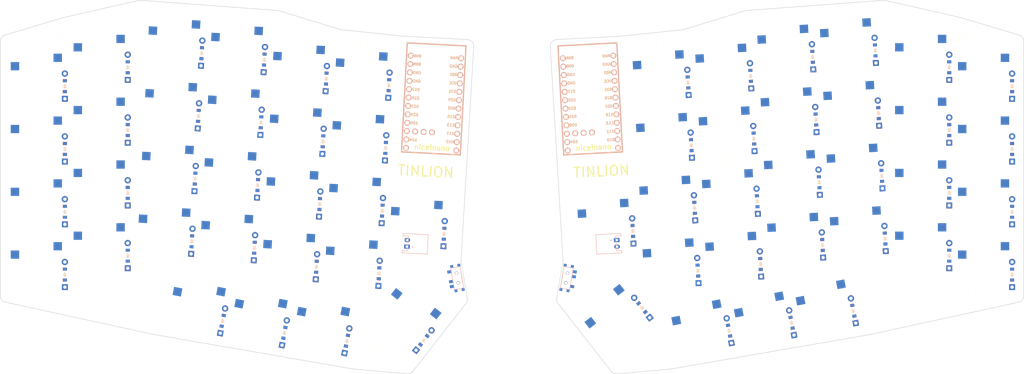
<source format=kicad_pcb>
(kicad_pcb (version 20171130) (host pcbnew 5.1.6)
  (title_block (title "combined_board") (rev "v1.0.0") (company "Unknown"))
  (layers (0 F.Cu signal) (31 B.Cu signal) (34 B.Paste user) (35 F.Paste user) (36 B.SilkS user) (37 F.SilkS user) (38 B.Mask user) (39 F.Mask user) (44 Edge.Cuts user))
  (net 0 "")
  (net 1 "P020")
  (net 2 "function_keys_bottom")
  (net 3 "function_keys_home")
  (net 4 "function_keys_qwerty")
  (net 5 "function_keys_number")
  (net 6 "P022")
  (net 7 "one_bottom")
  (net 8 "one_home")
  (net 9 "one_qwerty")
  (net 10 "one_number")
  (net 11 "P024")
  (net 12 "two_bottom")
  (net 13 "two_home")
  (net 14 "two_qwerty")
  (net 15 "two_number")
  (net 16 "P100")
  (net 17 "three_bottom")
  (net 18 "three_home")
  (net 19 "three_qwerty")
  (net 20 "three_number")
  (net 21 "P011")
  (net 22 "four_bottom")
  (net 23 "four_home")
  (net 24 "four_qwerty")
  (net 25 "four_number")
  (net 26 "P104")
  (net 27 "five_bottom")
  (net 28 "five_home")
  (net 29 "five_qwerty")
  (net 30 "five_number")
  (net 31 "near_thumb")
  (net 32 "home_thumb")
  (net 33 "far_thumb")
  (net 34 "P017")
  (net 35 "space_thumb")
  (net 36 "curly_square")
  (net 37 "P115")
  (net 38 "P002")
  (net 39 "P029")
  (net 40 "P031")
  (net 41 "P113")
  (net 42 "RAW")
  (net 43 "GND")
  (net 44 "RST")
  (net 45 "VCC")
  (net 46 "P111")
  (net 47 "P010")
  (net 48 "P009")
  (net 49 "P006")
  (net 50 "P008")
  (net 51 "P106")
  (net 52 "P101")
  (net 53 "P102")
  (net 54 "P107")
  (net 55 "pos")
  (net 56 "mirror_function_keys_bottom")
  (net 57 "mirror_function_keys_home")
  (net 58 "mirror_function_keys_qwerty")
  (net 59 "mirror_function_keys_number")
  (net 60 "mirror_one_bottom")
  (net 61 "mirror_one_home")
  (net 62 "mirror_one_qwerty")
  (net 63 "mirror_one_number")
  (net 64 "mirror_two_bottom")
  (net 65 "mirror_two_home")
  (net 66 "mirror_two_qwerty")
  (net 67 "mirror_two_number")
  (net 68 "mirror_three_bottom")
  (net 69 "mirror_three_home")
  (net 70 "mirror_three_qwerty")
  (net 71 "mirror_three_number")
  (net 72 "mirror_four_bottom")
  (net 73 "mirror_four_home")
  (net 74 "mirror_four_qwerty")
  (net 75 "mirror_four_number")
  (net 76 "mirror_five_bottom")
  (net 77 "mirror_five_home")
  (net 78 "mirror_five_qwerty")
  (net 79 "mirror_five_number")
  (net 80 "mirror_near_thumb")
  (net 81 "mirror_home_thumb")
  (net 82 "mirror_far_thumb")
  (net 83 "mirror_space_thumb")
  (net 84 "mirror_curly_square")
  (module MX (layer F.Cu) (at 0 0 0)
    (fp_text reference "S1" hide)
    (fp_text value "" hide)
    (pad "" np_thru_hole circle (at 0 0) (size 3.9878 3.9878) (drill 3.9878) (layers *.Cu *.Mask))
    (pad "" np_thru_hole circle (at 5.08 0) (size 1.7018 1.7018) (drill 1.7018) (layers *.Cu *.Mask))
    (pad "" np_thru_hole circle (at -5.08 0) (size 1.7018 1.7018) (drill 1.7018) (layers *.Cu *.Mask))
    (pad "" np_thru_hole circle (at 2.54 -5.08) (size 3 3) (drill 3) (layers *.Cu *.Mask))
    (pad "" np_thru_hole circle (at -3.81 -2.54) (size 3 3) (drill 3) (layers *.Cu *.Mask))
    (pad 1 smd rect (at -7.085 -2.54 0) (size 2.55 2.5) (layers B.Cu B.Paste B.Mask) (net 1 "P020"))
    (pad 2 smd rect (at 5.842 -5.08 0) (size 2.55 2.5) (layers B.Cu B.Paste B.Mask) (net 2 "function_keys_bottom"))
  )
  (module MX (layer F.Cu) (at 0 -19 0)
    (fp_text reference "S2" hide)
    (fp_text value "" hide)
    (pad "" np_thru_hole circle (at 0 0) (size 3.9878 3.9878) (drill 3.9878) (layers *.Cu *.Mask))
    (pad "" np_thru_hole circle (at 5.08 0) (size 1.7018 1.7018) (drill 1.7018) (layers *.Cu *.Mask))
    (pad "" np_thru_hole circle (at -5.08 0) (size 1.7018 1.7018) (drill 1.7018) (layers *.Cu *.Mask))
    (pad "" np_thru_hole circle (at 2.54 -5.08) (size 3 3) (drill 3) (layers *.Cu *.Mask))
    (pad "" np_thru_hole circle (at -3.81 -2.54) (size 3 3) (drill 3) (layers *.Cu *.Mask))
    (pad 1 smd rect (at -7.085 -2.54 0) (size 2.55 2.5) (layers B.Cu B.Paste B.Mask) (net 1 "P020"))
    (pad 2 smd rect (at 5.842 -5.08 0) (size 2.55 2.5) (layers B.Cu B.Paste B.Mask) (net 3 "function_keys_home"))
  )
  (module MX (layer F.Cu) (at 0 -38 0)
    (fp_text reference "S3" hide)
    (fp_text value "" hide)
    (pad "" np_thru_hole circle (at 0 0) (size 3.9878 3.9878) (drill 3.9878) (layers *.Cu *.Mask))
    (pad "" np_thru_hole circle (at 5.08 0) (size 1.7018 1.7018) (drill 1.7018) (layers *.Cu *.Mask))
    (pad "" np_thru_hole circle (at -5.08 0) (size 1.7018 1.7018) (drill 1.7018) (layers *.Cu *.Mask))
    (pad "" np_thru_hole circle (at 2.54 -5.08) (size 3 3) (drill 3) (layers *.Cu *.Mask))
    (pad "" np_thru_hole circle (at -3.81 -2.54) (size 3 3) (drill 3) (layers *.Cu *.Mask))
    (pad 1 smd rect (at -7.085 -2.54 0) (size 2.55 2.5) (layers B.Cu B.Paste B.Mask) (net 1 "P020"))
    (pad 2 smd rect (at 5.842 -5.08 0) (size 2.55 2.5) (layers B.Cu B.Paste B.Mask) (net 4 "function_keys_qwerty"))
  )
  (module MX (layer F.Cu) (at 0 -57 0)
    (fp_text reference "S4" hide)
    (fp_text value "" hide)
    (pad "" np_thru_hole circle (at 0 0) (size 3.9878 3.9878) (drill 3.9878) (layers *.Cu *.Mask))
    (pad "" np_thru_hole circle (at 5.08 0) (size 1.7018 1.7018) (drill 1.7018) (layers *.Cu *.Mask))
    (pad "" np_thru_hole circle (at -5.08 0) (size 1.7018 1.7018) (drill 1.7018) (layers *.Cu *.Mask))
    (pad "" np_thru_hole circle (at 2.54 -5.08) (size 3 3) (drill 3) (layers *.Cu *.Mask))
    (pad "" np_thru_hole circle (at -3.81 -2.54) (size 3 3) (drill 3) (layers *.Cu *.Mask))
    (pad 1 smd rect (at -7.085 -2.54 0) (size 2.55 2.5) (layers B.Cu B.Paste B.Mask) (net 1 "P020"))
    (pad 2 smd rect (at 5.842 -5.08 0) (size 2.55 2.5) (layers B.Cu B.Paste B.Mask) (net 5 "function_keys_number"))
  )
  (module MX (layer F.Cu) (at 19 -5.715 0)
    (fp_text reference "S5" hide)
    (fp_text value "" hide)
    (pad "" np_thru_hole circle (at 0 0) (size 3.9878 3.9878) (drill 3.9878) (layers *.Cu *.Mask))
    (pad "" np_thru_hole circle (at 5.08 0) (size 1.7018 1.7018) (drill 1.7018) (layers *.Cu *.Mask))
    (pad "" np_thru_hole circle (at -5.08 0) (size 1.7018 1.7018) (drill 1.7018) (layers *.Cu *.Mask))
    (pad "" np_thru_hole circle (at 2.54 -5.08) (size 3 3) (drill 3) (layers *.Cu *.Mask))
    (pad "" np_thru_hole circle (at -3.81 -2.54) (size 3 3) (drill 3) (layers *.Cu *.Mask))
    (pad 1 smd rect (at -7.085 -2.54 0) (size 2.55 2.5) (layers B.Cu B.Paste B.Mask) (net 6 "P022"))
    (pad 2 smd rect (at 5.842 -5.08 0) (size 2.55 2.5) (layers B.Cu B.Paste B.Mask) (net 7 "one_bottom"))
  )
  (module MX (layer F.Cu) (at 19 -24.715 0)
    (fp_text reference "S6" hide)
    (fp_text value "" hide)
    (pad "" np_thru_hole circle (at 0 0) (size 3.9878 3.9878) (drill 3.9878) (layers *.Cu *.Mask))
    (pad "" np_thru_hole circle (at 5.08 0) (size 1.7018 1.7018) (drill 1.7018) (layers *.Cu *.Mask))
    (pad "" np_thru_hole circle (at -5.08 0) (size 1.7018 1.7018) (drill 1.7018) (layers *.Cu *.Mask))
    (pad "" np_thru_hole circle (at 2.54 -5.08) (size 3 3) (drill 3) (layers *.Cu *.Mask))
    (pad "" np_thru_hole circle (at -3.81 -2.54) (size 3 3) (drill 3) (layers *.Cu *.Mask))
    (pad 1 smd rect (at -7.085 -2.54 0) (size 2.55 2.5) (layers B.Cu B.Paste B.Mask) (net 6 "P022"))
    (pad 2 smd rect (at 5.842 -5.08 0) (size 2.55 2.5) (layers B.Cu B.Paste B.Mask) (net 8 "one_home"))
  )
  (module MX (layer F.Cu) (at 19 -43.715 0)
    (fp_text reference "S7" hide)
    (fp_text value "" hide)
    (pad "" np_thru_hole circle (at 0 0) (size 3.9878 3.9878) (drill 3.9878) (layers *.Cu *.Mask))
    (pad "" np_thru_hole circle (at 5.08 0) (size 1.7018 1.7018) (drill 1.7018) (layers *.Cu *.Mask))
    (pad "" np_thru_hole circle (at -5.08 0) (size 1.7018 1.7018) (drill 1.7018) (layers *.Cu *.Mask))
    (pad "" np_thru_hole circle (at 2.54 -5.08) (size 3 3) (drill 3) (layers *.Cu *.Mask))
    (pad "" np_thru_hole circle (at -3.81 -2.54) (size 3 3) (drill 3) (layers *.Cu *.Mask))
    (pad 1 smd rect (at -7.085 -2.54 0) (size 2.55 2.5) (layers B.Cu B.Paste B.Mask) (net 6 "P022"))
    (pad 2 smd rect (at 5.842 -5.08 0) (size 2.55 2.5) (layers B.Cu B.Paste B.Mask) (net 9 "one_qwerty"))
  )
  (module MX (layer F.Cu) (at 19 -62.715 0)
    (fp_text reference "S8" hide)
    (fp_text value "" hide)
    (pad "" np_thru_hole circle (at 0 0) (size 3.9878 3.9878) (drill 3.9878) (layers *.Cu *.Mask))
    (pad "" np_thru_hole circle (at 5.08 0) (size 1.7018 1.7018) (drill 1.7018) (layers *.Cu *.Mask))
    (pad "" np_thru_hole circle (at -5.08 0) (size 1.7018 1.7018) (drill 1.7018) (layers *.Cu *.Mask))
    (pad "" np_thru_hole circle (at 2.54 -5.08) (size 3 3) (drill 3) (layers *.Cu *.Mask))
    (pad "" np_thru_hole circle (at -3.81 -2.54) (size 3 3) (drill 3) (layers *.Cu *.Mask))
    (pad 1 smd rect (at -7.085 -2.54 0) (size 2.55 2.5) (layers B.Cu B.Paste B.Mask) (net 6 "P022"))
    (pad 2 smd rect (at 5.842 -5.08 0) (size 2.55 2.5) (layers B.Cu B.Paste B.Mask) (net 10 "one_number"))
  )
  (module MX (layer F.Cu) (at 38.55 -10.4775 -3)
    (fp_text reference "S9" hide)
    (fp_text value "" hide)
    (pad "" np_thru_hole circle (at 0 0) (size 3.9878 3.9878) (drill 3.9878) (layers *.Cu *.Mask))
    (pad "" np_thru_hole circle (at 5.08 0) (size 1.7018 1.7018) (drill 1.7018) (layers *.Cu *.Mask))
    (pad "" np_thru_hole circle (at -5.08 0) (size 1.7018 1.7018) (drill 1.7018) (layers *.Cu *.Mask))
    (pad "" np_thru_hole circle (at 2.54 -5.08) (size 3 3) (drill 3) (layers *.Cu *.Mask))
    (pad "" np_thru_hole circle (at -3.81 -2.54) (size 3 3) (drill 3) (layers *.Cu *.Mask))
    (pad 1 smd rect (at -7.085 -2.54 -3) (size 2.55 2.5) (layers B.Cu B.Paste B.Mask) (net 11 "P024"))
    (pad 2 smd rect (at 5.842 -5.08 -3) (size 2.55 2.5) (layers B.Cu B.Paste B.Mask) (net 12 "two_bottom"))
  )
  (module MX (layer F.Cu) (at 39.5443832 -29.4514612 -3)
    (fp_text reference "S10" hide)
    (fp_text value "" hide)
    (pad "" np_thru_hole circle (at 0 0) (size 3.9878 3.9878) (drill 3.9878) (layers *.Cu *.Mask))
    (pad "" np_thru_hole circle (at 5.08 0) (size 1.7018 1.7018) (drill 1.7018) (layers *.Cu *.Mask))
    (pad "" np_thru_hole circle (at -5.08 0) (size 1.7018 1.7018) (drill 1.7018) (layers *.Cu *.Mask))
    (pad "" np_thru_hole circle (at 2.54 -5.08) (size 3 3) (drill 3) (layers *.Cu *.Mask))
    (pad "" np_thru_hole circle (at -3.81 -2.54) (size 3 3) (drill 3) (layers *.Cu *.Mask))
    (pad 1 smd rect (at -7.085 -2.54 -3) (size 2.55 2.5) (layers B.Cu B.Paste B.Mask) (net 11 "P024"))
    (pad 2 smd rect (at 5.842 -5.08 -3) (size 2.55 2.5) (layers B.Cu B.Paste B.Mask) (net 13 "two_home"))
  )
  (module MX (layer F.Cu) (at 40.5387664 -48.4254224 -3)
    (fp_text reference "S11" hide)
    (fp_text value "" hide)
    (pad "" np_thru_hole circle (at 0 0) (size 3.9878 3.9878) (drill 3.9878) (layers *.Cu *.Mask))
    (pad "" np_thru_hole circle (at 5.08 0) (size 1.7018 1.7018) (drill 1.7018) (layers *.Cu *.Mask))
    (pad "" np_thru_hole circle (at -5.08 0) (size 1.7018 1.7018) (drill 1.7018) (layers *.Cu *.Mask))
    (pad "" np_thru_hole circle (at 2.54 -5.08) (size 3 3) (drill 3) (layers *.Cu *.Mask))
    (pad "" np_thru_hole circle (at -3.81 -2.54) (size 3 3) (drill 3) (layers *.Cu *.Mask))
    (pad 1 smd rect (at -7.085 -2.54 -3) (size 2.55 2.5) (layers B.Cu B.Paste B.Mask) (net 11 "P024"))
    (pad 2 smd rect (at 5.842 -5.08 -3) (size 2.55 2.5) (layers B.Cu B.Paste B.Mask) (net 14 "two_qwerty"))
  )
  (module MX (layer F.Cu) (at 41.5331496 -67.39938360000001 -3)
    (fp_text reference "S12" hide)
    (fp_text value "" hide)
    (pad "" np_thru_hole circle (at 0 0) (size 3.9878 3.9878) (drill 3.9878) (layers *.Cu *.Mask))
    (pad "" np_thru_hole circle (at 5.08 0) (size 1.7018 1.7018) (drill 1.7018) (layers *.Cu *.Mask))
    (pad "" np_thru_hole circle (at -5.08 0) (size 1.7018 1.7018) (drill 1.7018) (layers *.Cu *.Mask))
    (pad "" np_thru_hole circle (at 2.54 -5.08) (size 3 3) (drill 3) (layers *.Cu *.Mask))
    (pad "" np_thru_hole circle (at -3.81 -2.54) (size 3 3) (drill 3) (layers *.Cu *.Mask))
    (pad 1 smd rect (at -7.085 -2.54 -3) (size 2.55 2.5) (layers B.Cu B.Paste B.Mask) (net 11 "P024"))
    (pad 2 smd rect (at 5.842 -5.08 -3) (size 2.55 2.5) (layers B.Cu B.Paste B.Mask) (net 15 "two_number"))
  )
  (module MX (layer F.Cu) (at 57.474111199999996 -8.531922199999999 -3)
    (fp_text reference "S13" hide)
    (fp_text value "" hide)
    (pad "" np_thru_hole circle (at 0 0) (size 3.9878 3.9878) (drill 3.9878) (layers *.Cu *.Mask))
    (pad "" np_thru_hole circle (at 5.08 0) (size 1.7018 1.7018) (drill 1.7018) (layers *.Cu *.Mask))
    (pad "" np_thru_hole circle (at -5.08 0) (size 1.7018 1.7018) (drill 1.7018) (layers *.Cu *.Mask))
    (pad "" np_thru_hole circle (at 2.54 -5.08) (size 3 3) (drill 3) (layers *.Cu *.Mask))
    (pad "" np_thru_hole circle (at -3.81 -2.54) (size 3 3) (drill 3) (layers *.Cu *.Mask))
    (pad 1 smd rect (at -7.085 -2.54 -3) (size 2.55 2.5) (layers B.Cu B.Paste B.Mask) (net 16 "P100"))
    (pad 2 smd rect (at 5.842 -5.08 -3) (size 2.55 2.5) (layers B.Cu B.Paste B.Mask) (net 17 "three_bottom"))
  )
  (module MX (layer F.Cu) (at 58.4684944 -27.505883400000002 -3)
    (fp_text reference "S14" hide)
    (fp_text value "" hide)
    (pad "" np_thru_hole circle (at 0 0) (size 3.9878 3.9878) (drill 3.9878) (layers *.Cu *.Mask))
    (pad "" np_thru_hole circle (at 5.08 0) (size 1.7018 1.7018) (drill 1.7018) (layers *.Cu *.Mask))
    (pad "" np_thru_hole circle (at -5.08 0) (size 1.7018 1.7018) (drill 1.7018) (layers *.Cu *.Mask))
    (pad "" np_thru_hole circle (at 2.54 -5.08) (size 3 3) (drill 3) (layers *.Cu *.Mask))
    (pad "" np_thru_hole circle (at -3.81 -2.54) (size 3 3) (drill 3) (layers *.Cu *.Mask))
    (pad 1 smd rect (at -7.085 -2.54 -3) (size 2.55 2.5) (layers B.Cu B.Paste B.Mask) (net 16 "P100"))
    (pad 2 smd rect (at 5.842 -5.08 -3) (size 2.55 2.5) (layers B.Cu B.Paste B.Mask) (net 18 "three_home"))
  )
  (module MX (layer F.Cu) (at 59.4628776 -46.47984460000001 -3)
    (fp_text reference "S15" hide)
    (fp_text value "" hide)
    (pad "" np_thru_hole circle (at 0 0) (size 3.9878 3.9878) (drill 3.9878) (layers *.Cu *.Mask))
    (pad "" np_thru_hole circle (at 5.08 0) (size 1.7018 1.7018) (drill 1.7018) (layers *.Cu *.Mask))
    (pad "" np_thru_hole circle (at -5.08 0) (size 1.7018 1.7018) (drill 1.7018) (layers *.Cu *.Mask))
    (pad "" np_thru_hole circle (at 2.54 -5.08) (size 3 3) (drill 3) (layers *.Cu *.Mask))
    (pad "" np_thru_hole circle (at -3.81 -2.54) (size 3 3) (drill 3) (layers *.Cu *.Mask))
    (pad 1 smd rect (at -7.085 -2.54 -3) (size 2.55 2.5) (layers B.Cu B.Paste B.Mask) (net 16 "P100"))
    (pad 2 smd rect (at 5.842 -5.08 -3) (size 2.55 2.5) (layers B.Cu B.Paste B.Mask) (net 19 "three_qwerty"))
  )
  (module MX (layer F.Cu) (at 60.4572608 -65.45380580000001 -3)
    (fp_text reference "S16" hide)
    (fp_text value "" hide)
    (pad "" np_thru_hole circle (at 0 0) (size 3.9878 3.9878) (drill 3.9878) (layers *.Cu *.Mask))
    (pad "" np_thru_hole circle (at 5.08 0) (size 1.7018 1.7018) (drill 1.7018) (layers *.Cu *.Mask))
    (pad "" np_thru_hole circle (at -5.08 0) (size 1.7018 1.7018) (drill 1.7018) (layers *.Cu *.Mask))
    (pad "" np_thru_hole circle (at 2.54 -5.08) (size 3 3) (drill 3) (layers *.Cu *.Mask))
    (pad "" np_thru_hole circle (at -3.81 -2.54) (size 3 3) (drill 3) (layers *.Cu *.Mask))
    (pad 1 smd rect (at -7.085 -2.54 -3) (size 2.55 2.5) (layers B.Cu B.Paste B.Mask) (net 16 "P100"))
    (pad 2 smd rect (at 5.842 -5.08 -3) (size 2.55 2.5) (layers B.Cu B.Paste B.Mask) (net 20 "three_number"))
  )
  (module MX (layer F.Cu) (at 76.19882229999999 -2.7815658999999995 -3)
    (fp_text reference "S17" hide)
    (fp_text value "" hide)
    (pad "" np_thru_hole circle (at 0 0) (size 3.9878 3.9878) (drill 3.9878) (layers *.Cu *.Mask))
    (pad "" np_thru_hole circle (at 5.08 0) (size 1.7018 1.7018) (drill 1.7018) (layers *.Cu *.Mask))
    (pad "" np_thru_hole circle (at -5.08 0) (size 1.7018 1.7018) (drill 1.7018) (layers *.Cu *.Mask))
    (pad "" np_thru_hole circle (at 2.54 -5.08) (size 3 3) (drill 3) (layers *.Cu *.Mask))
    (pad "" np_thru_hole circle (at -3.81 -2.54) (size 3 3) (drill 3) (layers *.Cu *.Mask))
    (pad 1 smd rect (at -7.085 -2.54 -3) (size 2.55 2.5) (layers B.Cu B.Paste B.Mask) (net 21 "P011"))
    (pad 2 smd rect (at 5.842 -5.08 -3) (size 2.55 2.5) (layers B.Cu B.Paste B.Mask) (net 22 "four_bottom"))
  )
  (module MX (layer F.Cu) (at 77.19320549999999 -21.755527100000002 -3)
    (fp_text reference "S18" hide)
    (fp_text value "" hide)
    (pad "" np_thru_hole circle (at 0 0) (size 3.9878 3.9878) (drill 3.9878) (layers *.Cu *.Mask))
    (pad "" np_thru_hole circle (at 5.08 0) (size 1.7018 1.7018) (drill 1.7018) (layers *.Cu *.Mask))
    (pad "" np_thru_hole circle (at -5.08 0) (size 1.7018 1.7018) (drill 1.7018) (layers *.Cu *.Mask))
    (pad "" np_thru_hole circle (at 2.54 -5.08) (size 3 3) (drill 3) (layers *.Cu *.Mask))
    (pad "" np_thru_hole circle (at -3.81 -2.54) (size 3 3) (drill 3) (layers *.Cu *.Mask))
    (pad 1 smd rect (at -7.085 -2.54 -3) (size 2.55 2.5) (layers B.Cu B.Paste B.Mask) (net 21 "P011"))
    (pad 2 smd rect (at 5.842 -5.08 -3) (size 2.55 2.5) (layers B.Cu B.Paste B.Mask) (net 23 "four_home"))
  )
  (module MX (layer F.Cu) (at 78.18758869999999 -40.7294883 -3)
    (fp_text reference "S19" hide)
    (fp_text value "" hide)
    (pad "" np_thru_hole circle (at 0 0) (size 3.9878 3.9878) (drill 3.9878) (layers *.Cu *.Mask))
    (pad "" np_thru_hole circle (at 5.08 0) (size 1.7018 1.7018) (drill 1.7018) (layers *.Cu *.Mask))
    (pad "" np_thru_hole circle (at -5.08 0) (size 1.7018 1.7018) (drill 1.7018) (layers *.Cu *.Mask))
    (pad "" np_thru_hole circle (at 2.54 -5.08) (size 3 3) (drill 3) (layers *.Cu *.Mask))
    (pad "" np_thru_hole circle (at -3.81 -2.54) (size 3 3) (drill 3) (layers *.Cu *.Mask))
    (pad 1 smd rect (at -7.085 -2.54 -3) (size 2.55 2.5) (layers B.Cu B.Paste B.Mask) (net 21 "P011"))
    (pad 2 smd rect (at 5.842 -5.08 -3) (size 2.55 2.5) (layers B.Cu B.Paste B.Mask) (net 24 "four_qwerty"))
  )
  (module MX (layer F.Cu) (at 79.1819719 -59.703449500000005 -3)
    (fp_text reference "S20" hide)
    (fp_text value "" hide)
    (pad "" np_thru_hole circle (at 0 0) (size 3.9878 3.9878) (drill 3.9878) (layers *.Cu *.Mask))
    (pad "" np_thru_hole circle (at 5.08 0) (size 1.7018 1.7018) (drill 1.7018) (layers *.Cu *.Mask))
    (pad "" np_thru_hole circle (at -5.08 0) (size 1.7018 1.7018) (drill 1.7018) (layers *.Cu *.Mask))
    (pad "" np_thru_hole circle (at 2.54 -5.08) (size 3 3) (drill 3) (layers *.Cu *.Mask))
    (pad "" np_thru_hole circle (at -3.81 -2.54) (size 3 3) (drill 3) (layers *.Cu *.Mask))
    (pad 1 smd rect (at -7.085 -2.54 -3) (size 2.55 2.5) (layers B.Cu B.Paste B.Mask) (net 21 "P011"))
    (pad 2 smd rect (at 5.842 -5.08 -3) (size 2.55 2.5) (layers B.Cu B.Paste B.Mask) (net 25 "four_number"))
  )
  (module MX (layer F.Cu) (at 95.1204475 -0.7885531999999991 -3)
    (fp_text reference "S21" hide)
    (fp_text value "" hide)
    (pad "" np_thru_hole circle (at 0 0) (size 3.9878 3.9878) (drill 3.9878) (layers *.Cu *.Mask))
    (pad "" np_thru_hole circle (at 5.08 0) (size 1.7018 1.7018) (drill 1.7018) (layers *.Cu *.Mask))
    (pad "" np_thru_hole circle (at -5.08 0) (size 1.7018 1.7018) (drill 1.7018) (layers *.Cu *.Mask))
    (pad "" np_thru_hole circle (at 2.54 -5.08) (size 3 3) (drill 3) (layers *.Cu *.Mask))
    (pad "" np_thru_hole circle (at -3.81 -2.54) (size 3 3) (drill 3) (layers *.Cu *.Mask))
    (pad 1 smd rect (at -7.085 -2.54 -3) (size 2.55 2.5) (layers B.Cu B.Paste B.Mask) (net 26 "P104"))
    (pad 2 smd rect (at 5.842 -5.08 -3) (size 2.55 2.5) (layers B.Cu B.Paste B.Mask) (net 27 "five_bottom"))
  )
  (module MX (layer F.Cu) (at 96.1148307 -19.7625144 -3)
    (fp_text reference "S22" hide)
    (fp_text value "" hide)
    (pad "" np_thru_hole circle (at 0 0) (size 3.9878 3.9878) (drill 3.9878) (layers *.Cu *.Mask))
    (pad "" np_thru_hole circle (at 5.08 0) (size 1.7018 1.7018) (drill 1.7018) (layers *.Cu *.Mask))
    (pad "" np_thru_hole circle (at -5.08 0) (size 1.7018 1.7018) (drill 1.7018) (layers *.Cu *.Mask))
    (pad "" np_thru_hole circle (at 2.54 -5.08) (size 3 3) (drill 3) (layers *.Cu *.Mask))
    (pad "" np_thru_hole circle (at -3.81 -2.54) (size 3 3) (drill 3) (layers *.Cu *.Mask))
    (pad 1 smd rect (at -7.085 -2.54 -3) (size 2.55 2.5) (layers B.Cu B.Paste B.Mask) (net 26 "P104"))
    (pad 2 smd rect (at 5.842 -5.08 -3) (size 2.55 2.5) (layers B.Cu B.Paste B.Mask) (net 28 "five_home"))
  )
  (module MX (layer F.Cu) (at 97.1092139 -38.736475600000006 -3)
    (fp_text reference "S23" hide)
    (fp_text value "" hide)
    (pad "" np_thru_hole circle (at 0 0) (size 3.9878 3.9878) (drill 3.9878) (layers *.Cu *.Mask))
    (pad "" np_thru_hole circle (at 5.08 0) (size 1.7018 1.7018) (drill 1.7018) (layers *.Cu *.Mask))
    (pad "" np_thru_hole circle (at -5.08 0) (size 1.7018 1.7018) (drill 1.7018) (layers *.Cu *.Mask))
    (pad "" np_thru_hole circle (at 2.54 -5.08) (size 3 3) (drill 3) (layers *.Cu *.Mask))
    (pad "" np_thru_hole circle (at -3.81 -2.54) (size 3 3) (drill 3) (layers *.Cu *.Mask))
    (pad 1 smd rect (at -7.085 -2.54 -3) (size 2.55 2.5) (layers B.Cu B.Paste B.Mask) (net 26 "P104"))
    (pad 2 smd rect (at 5.842 -5.08 -3) (size 2.55 2.5) (layers B.Cu B.Paste B.Mask) (net 29 "five_qwerty"))
  )
  (module MX (layer F.Cu) (at 98.1035971 -57.71043680000001 -3)
    (fp_text reference "S24" hide)
    (fp_text value "" hide)
    (pad "" np_thru_hole circle (at 0 0) (size 3.9878 3.9878) (drill 3.9878) (layers *.Cu *.Mask))
    (pad "" np_thru_hole circle (at 5.08 0) (size 1.7018 1.7018) (drill 1.7018) (layers *.Cu *.Mask))
    (pad "" np_thru_hole circle (at -5.08 0) (size 1.7018 1.7018) (drill 1.7018) (layers *.Cu *.Mask))
    (pad "" np_thru_hole circle (at 2.54 -5.08) (size 3 3) (drill 3) (layers *.Cu *.Mask))
    (pad "" np_thru_hole circle (at -3.81 -2.54) (size 3 3) (drill 3) (layers *.Cu *.Mask))
    (pad 1 smd rect (at -7.085 -2.54 -3) (size 2.55 2.5) (layers B.Cu B.Paste B.Mask) (net 26 "P104"))
    (pad 2 smd rect (at 5.842 -5.08 -3) (size 2.55 2.5) (layers B.Cu B.Paste B.Mask) (net 30 "five_number"))
  )
  (module MX (layer F.Cu) (at 48.4983249 12.536927500000001 -11)
    (fp_text reference "S25" hide)
    (fp_text value "" hide)
    (pad "" np_thru_hole circle (at 0 0) (size 3.9878 3.9878) (drill 3.9878) (layers *.Cu *.Mask))
    (pad "" np_thru_hole circle (at 5.08 0) (size 1.7018 1.7018) (drill 1.7018) (layers *.Cu *.Mask))
    (pad "" np_thru_hole circle (at -5.08 0) (size 1.7018 1.7018) (drill 1.7018) (layers *.Cu *.Mask))
    (pad "" np_thru_hole circle (at 2.54 -5.08) (size 3 3) (drill 3) (layers *.Cu *.Mask))
    (pad "" np_thru_hole circle (at -3.81 -2.54) (size 3 3) (drill 3) (layers *.Cu *.Mask))
    (pad 1 smd rect (at -7.085 -2.54 -11) (size 2.55 2.5) (layers B.Cu B.Paste B.Mask) (net 16 "P100"))
    (pad 2 smd rect (at 5.842 -5.08 -11) (size 2.55 2.5) (layers B.Cu B.Paste B.Mask) (net 31 "near_thumb"))
  )
  (module MX (layer F.Cu) (at 67.1492414 16.1622984 -11)
    (fp_text reference "S26" hide)
    (fp_text value "" hide)
    (pad "" np_thru_hole circle (at 0 0) (size 3.9878 3.9878) (drill 3.9878) (layers *.Cu *.Mask))
    (pad "" np_thru_hole circle (at 5.08 0) (size 1.7018 1.7018) (drill 1.7018) (layers *.Cu *.Mask))
    (pad "" np_thru_hole circle (at -5.08 0) (size 1.7018 1.7018) (drill 1.7018) (layers *.Cu *.Mask))
    (pad "" np_thru_hole circle (at 2.54 -5.08) (size 3 3) (drill 3) (layers *.Cu *.Mask))
    (pad "" np_thru_hole circle (at -3.81 -2.54) (size 3 3) (drill 3) (layers *.Cu *.Mask))
    (pad 1 smd rect (at -7.085 -2.54 -11) (size 2.55 2.5) (layers B.Cu B.Paste B.Mask) (net 21 "P011"))
    (pad 2 smd rect (at 5.842 -5.08 -11) (size 2.55 2.5) (layers B.Cu B.Paste B.Mask) (net 32 "home_thumb"))
  )
  (module MX (layer F.Cu) (at 86.03866909999999 18.560635400000002 -11)
    (fp_text reference "S27" hide)
    (fp_text value "" hide)
    (pad "" np_thru_hole circle (at 0 0) (size 3.9878 3.9878) (drill 3.9878) (layers *.Cu *.Mask))
    (pad "" np_thru_hole circle (at 5.08 0) (size 1.7018 1.7018) (drill 1.7018) (layers *.Cu *.Mask))
    (pad "" np_thru_hole circle (at -5.08 0) (size 1.7018 1.7018) (drill 1.7018) (layers *.Cu *.Mask))
    (pad "" np_thru_hole circle (at 2.54 -5.08) (size 3 3) (drill 3) (layers *.Cu *.Mask))
    (pad "" np_thru_hole circle (at -3.81 -2.54) (size 3 3) (drill 3) (layers *.Cu *.Mask))
    (pad 1 smd rect (at -7.085 -2.54 -11) (size 2.55 2.5) (layers B.Cu B.Paste B.Mask) (net 26 "P104"))
    (pad 2 smd rect (at 5.842 -5.08 -11) (size 2.55 2.5) (layers B.Cu B.Paste B.Mask) (net 33 "far_thumb"))
  )
  (module MX (layer F.Cu) (at 112.30455979999999 15.697737600000002 -38)
    (fp_text reference "S28" hide)
    (fp_text value "" hide)
    (pad "" np_thru_hole circle (at 0 0) (size 3.9878 3.9878) (drill 3.9878) (layers *.Cu *.Mask))
    (pad "" np_thru_hole circle (at 5.08 0) (size 1.7018 1.7018) (drill 1.7018) (layers *.Cu *.Mask))
    (pad "" np_thru_hole circle (at -5.08 0) (size 1.7018 1.7018) (drill 1.7018) (layers *.Cu *.Mask))
    (pad "" np_thru_hole circle (at 2.54 -5.08) (size 3 3) (drill 3) (layers *.Cu *.Mask))
    (pad "" np_thru_hole circle (at -3.81 -2.54) (size 3 3) (drill 3) (layers *.Cu *.Mask))
    (pad 1 smd rect (at -7.085 -2.54 -38) (size 2.55 2.5) (layers B.Cu B.Paste B.Mask) (net 34 "P017"))
    (pad 2 smd rect (at 5.842 -5.08 -38) (size 2.55 2.5) (layers B.Cu B.Paste B.Mask) (net 35 "space_thumb"))
  )
  (module MX (layer F.Cu) (at 114.7747761 -12.776354000000001 -3)
    (fp_text reference "S29" hide)
    (fp_text value "" hide)
    (pad "" np_thru_hole circle (at 0 0) (size 3.9878 3.9878) (drill 3.9878) (layers *.Cu *.Mask))
    (pad "" np_thru_hole circle (at 5.08 0) (size 1.7018 1.7018) (drill 1.7018) (layers *.Cu *.Mask))
    (pad "" np_thru_hole circle (at -5.08 0) (size 1.7018 1.7018) (drill 1.7018) (layers *.Cu *.Mask))
    (pad "" np_thru_hole circle (at 2.54 -5.08) (size 3 3) (drill 3) (layers *.Cu *.Mask))
    (pad "" np_thru_hole circle (at -3.81 -2.54) (size 3 3) (drill 3) (layers *.Cu *.Mask))
    (pad 1 smd rect (at -7.085 -2.54 -3) (size 2.55 2.5) (layers B.Cu B.Paste B.Mask) (net 34 "P017"))
    (pad 2 smd rect (at 5.842 -5.08 -3) (size 2.55 2.5) (layers B.Cu B.Paste B.Mask) (net 36 "curly_square"))
  )
  (module ComboDiode (layer F.Cu) (at 8 3.5 90)
    (fp_text reference "D1" hide)
    (fp_text value "" hide)
    (pad 1 smd rect (at -1.65 0 90) (size 0.9 1.2) (layers F.Cu F.Paste F.Mask) (net 37 "P115"))
    (pad 2 smd rect (at 1.65 0 90) (size 0.9 1.2) (layers B.Cu B.Paste B.Mask) (net 2 "function_keys_bottom"))
    (pad 1 smd rect (at -1.65 0 90) (size 0.9 1.2) (layers B.Cu B.Paste B.Mask) (net 37 "P115"))
    (pad 2 smd rect (at 1.65 0 90) (size 0.9 1.2) (layers F.Cu F.Paste F.Mask) (net 2 "function_keys_bottom"))
    (pad 1 thru_hole rect (at -3.81 0 90) (size 1.778 1.778) (drill 0.9906) (layers *.Cu *.Mask) (net 37 "P115"))
    (pad 2 thru_hole circle (at 3.81 0 90) (size 1.905 1.905) (drill 0.9906) (layers *.Cu *.Mask) (net 2 "function_keys_bottom"))
  )
  (module ComboDiode (layer F.Cu) (at 8 -15.5 90)
    (fp_text reference "D2" hide)
    (fp_text value "" hide)
    (pad 1 smd rect (at -1.65 0 90) (size 0.9 1.2) (layers F.Cu F.Paste F.Mask) (net 38 "P002"))
    (pad 2 smd rect (at 1.65 0 90) (size 0.9 1.2) (layers B.Cu B.Paste B.Mask) (net 3 "function_keys_home"))
    (pad 1 smd rect (at -1.65 0 90) (size 0.9 1.2) (layers B.Cu B.Paste B.Mask) (net 38 "P002"))
    (pad 2 smd rect (at 1.65 0 90) (size 0.9 1.2) (layers F.Cu F.Paste F.Mask) (net 3 "function_keys_home"))
    (pad 1 thru_hole rect (at -3.81 0 90) (size 1.778 1.778) (drill 0.9906) (layers *.Cu *.Mask) (net 38 "P002"))
    (pad 2 thru_hole circle (at 3.81 0 90) (size 1.905 1.905) (drill 0.9906) (layers *.Cu *.Mask) (net 3 "function_keys_home"))
  )
  (module ComboDiode (layer F.Cu) (at 8 -34.5 90)
    (fp_text reference "D3" hide)
    (fp_text value "" hide)
    (pad 1 smd rect (at -1.65 0 90) (size 0.9 1.2) (layers F.Cu F.Paste F.Mask) (net 39 "P029"))
    (pad 2 smd rect (at 1.65 0 90) (size 0.9 1.2) (layers B.Cu B.Paste B.Mask) (net 4 "function_keys_qwerty"))
    (pad 1 smd rect (at -1.65 0 90) (size 0.9 1.2) (layers B.Cu B.Paste B.Mask) (net 39 "P029"))
    (pad 2 smd rect (at 1.65 0 90) (size 0.9 1.2) (layers F.Cu F.Paste F.Mask) (net 4 "function_keys_qwerty"))
    (pad 1 thru_hole rect (at -3.81 0 90) (size 1.778 1.778) (drill 0.9906) (layers *.Cu *.Mask) (net 39 "P029"))
    (pad 2 thru_hole circle (at 3.81 0 90) (size 1.905 1.905) (drill 0.9906) (layers *.Cu *.Mask) (net 4 "function_keys_qwerty"))
  )
  (module ComboDiode (layer F.Cu) (at 8 -53.5 90)
    (fp_text reference "D4" hide)
    (fp_text value "" hide)
    (pad 1 smd rect (at -1.65 0 90) (size 0.9 1.2) (layers F.Cu F.Paste F.Mask) (net 40 "P031"))
    (pad 2 smd rect (at 1.65 0 90) (size 0.9 1.2) (layers B.Cu B.Paste B.Mask) (net 5 "function_keys_number"))
    (pad 1 smd rect (at -1.65 0 90) (size 0.9 1.2) (layers B.Cu B.Paste B.Mask) (net 40 "P031"))
    (pad 2 smd rect (at 1.65 0 90) (size 0.9 1.2) (layers F.Cu F.Paste F.Mask) (net 5 "function_keys_number"))
    (pad 1 thru_hole rect (at -3.81 0 90) (size 1.778 1.778) (drill 0.9906) (layers *.Cu *.Mask) (net 40 "P031"))
    (pad 2 thru_hole circle (at 3.81 0 90) (size 1.905 1.905) (drill 0.9906) (layers *.Cu *.Mask) (net 5 "function_keys_number"))
  )
  (module ComboDiode (layer F.Cu) (at 27 -2.215 90)
    (fp_text reference "D5" hide)
    (fp_text value "" hide)
    (pad 1 smd rect (at -1.65 0 90) (size 0.9 1.2) (layers F.Cu F.Paste F.Mask) (net 37 "P115"))
    (pad 2 smd rect (at 1.65 0 90) (size 0.9 1.2) (layers B.Cu B.Paste B.Mask) (net 7 "one_bottom"))
    (pad 1 smd rect (at -1.65 0 90) (size 0.9 1.2) (layers B.Cu B.Paste B.Mask) (net 37 "P115"))
    (pad 2 smd rect (at 1.65 0 90) (size 0.9 1.2) (layers F.Cu F.Paste F.Mask) (net 7 "one_bottom"))
    (pad 1 thru_hole rect (at -3.81 0 90) (size 1.778 1.778) (drill 0.9906) (layers *.Cu *.Mask) (net 37 "P115"))
    (pad 2 thru_hole circle (at 3.81 0 90) (size 1.905 1.905) (drill 0.9906) (layers *.Cu *.Mask) (net 7 "one_bottom"))
  )
  (module ComboDiode (layer F.Cu) (at 27 -21.215 90)
    (fp_text reference "D6" hide)
    (fp_text value "" hide)
    (pad 1 smd rect (at -1.65 0 90) (size 0.9 1.2) (layers F.Cu F.Paste F.Mask) (net 38 "P002"))
    (pad 2 smd rect (at 1.65 0 90) (size 0.9 1.2) (layers B.Cu B.Paste B.Mask) (net 8 "one_home"))
    (pad 1 smd rect (at -1.65 0 90) (size 0.9 1.2) (layers B.Cu B.Paste B.Mask) (net 38 "P002"))
    (pad 2 smd rect (at 1.65 0 90) (size 0.9 1.2) (layers F.Cu F.Paste F.Mask) (net 8 "one_home"))
    (pad 1 thru_hole rect (at -3.81 0 90) (size 1.778 1.778) (drill 0.9906) (layers *.Cu *.Mask) (net 38 "P002"))
    (pad 2 thru_hole circle (at 3.81 0 90) (size 1.905 1.905) (drill 0.9906) (layers *.Cu *.Mask) (net 8 "one_home"))
  )
  (module ComboDiode (layer F.Cu) (at 27 -40.215 90)
    (fp_text reference "D7" hide)
    (fp_text value "" hide)
    (pad 1 smd rect (at -1.65 0 90) (size 0.9 1.2) (layers F.Cu F.Paste F.Mask) (net 39 "P029"))
    (pad 2 smd rect (at 1.65 0 90) (size 0.9 1.2) (layers B.Cu B.Paste B.Mask) (net 9 "one_qwerty"))
    (pad 1 smd rect (at -1.65 0 90) (size 0.9 1.2) (layers B.Cu B.Paste B.Mask) (net 39 "P029"))
    (pad 2 smd rect (at 1.65 0 90) (size 0.9 1.2) (layers F.Cu F.Paste F.Mask) (net 9 "one_qwerty"))
    (pad 1 thru_hole rect (at -3.81 0 90) (size 1.778 1.778) (drill 0.9906) (layers *.Cu *.Mask) (net 39 "P029"))
    (pad 2 thru_hole circle (at 3.81 0 90) (size 1.905 1.905) (drill 0.9906) (layers *.Cu *.Mask) (net 9 "one_qwerty"))
  )
  (module ComboDiode (layer F.Cu) (at 27 -59.215 90)
    (fp_text reference "D8" hide)
    (fp_text value "" hide)
    (pad 1 smd rect (at -1.65 0 90) (size 0.9 1.2) (layers F.Cu F.Paste F.Mask) (net 40 "P031"))
    (pad 2 smd rect (at 1.65 0 90) (size 0.9 1.2) (layers B.Cu B.Paste B.Mask) (net 10 "one_number"))
    (pad 1 smd rect (at -1.65 0 90) (size 0.9 1.2) (layers B.Cu B.Paste B.Mask) (net 40 "P031"))
    (pad 2 smd rect (at 1.65 0 90) (size 0.9 1.2) (layers F.Cu F.Paste F.Mask) (net 10 "one_number"))
    (pad 1 thru_hole rect (at -3.81 0 90) (size 1.778 1.778) (drill 0.9906) (layers *.Cu *.Mask) (net 40 "P031"))
    (pad 2 thru_hole circle (at 3.81 0 90) (size 1.905 1.905) (drill 0.9906) (layers *.Cu *.Mask) (net 10 "one_number"))
  )
  (module ComboDiode (layer F.Cu) (at 46.3558604 -6.563609 87)
    (fp_text reference "D9" hide)
    (fp_text value "" hide)
    (pad 1 smd rect (at -1.65 0 87) (size 0.9 1.2) (layers F.Cu F.Paste F.Mask) (net 37 "P115"))
    (pad 2 smd rect (at 1.65 0 87) (size 0.9 1.2) (layers B.Cu B.Paste B.Mask) (net 12 "two_bottom"))
    (pad 1 smd rect (at -1.65 0 87) (size 0.9 1.2) (layers B.Cu B.Paste B.Mask) (net 37 "P115"))
    (pad 2 smd rect (at 1.65 0 87) (size 0.9 1.2) (layers F.Cu F.Paste F.Mask) (net 12 "two_bottom"))
    (pad 1 thru_hole rect (at -3.81 0 87) (size 1.778 1.778) (drill 0.9906) (layers *.Cu *.Mask) (net 37 "P115"))
    (pad 2 thru_hole circle (at 3.81 0 87) (size 1.905 1.905) (drill 0.9906) (layers *.Cu *.Mask) (net 12 "two_bottom"))
  )
  (module ComboDiode (layer F.Cu) (at 47.3502436 -25.5375702 87)
    (fp_text reference "D10" hide)
    (fp_text value "" hide)
    (pad 1 smd rect (at -1.65 0 87) (size 0.9 1.2) (layers F.Cu F.Paste F.Mask) (net 38 "P002"))
    (pad 2 smd rect (at 1.65 0 87) (size 0.9 1.2) (layers B.Cu B.Paste B.Mask) (net 13 "two_home"))
    (pad 1 smd rect (at -1.65 0 87) (size 0.9 1.2) (layers B.Cu B.Paste B.Mask) (net 38 "P002"))
    (pad 2 smd rect (at 1.65 0 87) (size 0.9 1.2) (layers F.Cu F.Paste F.Mask) (net 13 "two_home"))
    (pad 1 thru_hole rect (at -3.81 0 87) (size 1.778 1.778) (drill 0.9906) (layers *.Cu *.Mask) (net 38 "P002"))
    (pad 2 thru_hole circle (at 3.81 0 87) (size 1.905 1.905) (drill 0.9906) (layers *.Cu *.Mask) (net 13 "two_home"))
  )
  (module ComboDiode (layer F.Cu) (at 48.3446268 -44.5115314 87)
    (fp_text reference "D11" hide)
    (fp_text value "" hide)
    (pad 1 smd rect (at -1.65 0 87) (size 0.9 1.2) (layers F.Cu F.Paste F.Mask) (net 39 "P029"))
    (pad 2 smd rect (at 1.65 0 87) (size 0.9 1.2) (layers B.Cu B.Paste B.Mask) (net 14 "two_qwerty"))
    (pad 1 smd rect (at -1.65 0 87) (size 0.9 1.2) (layers B.Cu B.Paste B.Mask) (net 39 "P029"))
    (pad 2 smd rect (at 1.65 0 87) (size 0.9 1.2) (layers F.Cu F.Paste F.Mask) (net 14 "two_qwerty"))
    (pad 1 thru_hole rect (at -3.81 0 87) (size 1.778 1.778) (drill 0.9906) (layers *.Cu *.Mask) (net 39 "P029"))
    (pad 2 thru_hole circle (at 3.81 0 87) (size 1.905 1.905) (drill 0.9906) (layers *.Cu *.Mask) (net 14 "two_qwerty"))
  )
  (module ComboDiode (layer F.Cu) (at 49.33901 -63.48549260000001 87)
    (fp_text reference "D12" hide)
    (fp_text value "" hide)
    (pad 1 smd rect (at -1.65 0 87) (size 0.9 1.2) (layers F.Cu F.Paste F.Mask) (net 40 "P031"))
    (pad 2 smd rect (at 1.65 0 87) (size 0.9 1.2) (layers B.Cu B.Paste B.Mask) (net 15 "two_number"))
    (pad 1 smd rect (at -1.65 0 87) (size 0.9 1.2) (layers B.Cu B.Paste B.Mask) (net 40 "P031"))
    (pad 2 smd rect (at 1.65 0 87) (size 0.9 1.2) (layers F.Cu F.Paste F.Mask) (net 15 "two_number"))
    (pad 1 thru_hole rect (at -3.81 0 87) (size 1.778 1.778) (drill 0.9906) (layers *.Cu *.Mask) (net 40 "P031"))
    (pad 2 thru_hole circle (at 3.81 0 87) (size 1.905 1.905) (drill 0.9906) (layers *.Cu *.Mask) (net 15 "two_number"))
  )
  (module ComboDiode (layer F.Cu) (at 65.2799716 -4.618031199999999 87)
    (fp_text reference "D13" hide)
    (fp_text value "" hide)
    (pad 1 smd rect (at -1.65 0 87) (size 0.9 1.2) (layers F.Cu F.Paste F.Mask) (net 37 "P115"))
    (pad 2 smd rect (at 1.65 0 87) (size 0.9 1.2) (layers B.Cu B.Paste B.Mask) (net 17 "three_bottom"))
    (pad 1 smd rect (at -1.65 0 87) (size 0.9 1.2) (layers B.Cu B.Paste B.Mask) (net 37 "P115"))
    (pad 2 smd rect (at 1.65 0 87) (size 0.9 1.2) (layers F.Cu F.Paste F.Mask) (net 17 "three_bottom"))
    (pad 1 thru_hole rect (at -3.81 0 87) (size 1.778 1.778) (drill 0.9906) (layers *.Cu *.Mask) (net 37 "P115"))
    (pad 2 thru_hole circle (at 3.81 0 87) (size 1.905 1.905) (drill 0.9906) (layers *.Cu *.Mask) (net 17 "three_bottom"))
  )
  (module ComboDiode (layer F.Cu) (at 66.2743548 -23.591992400000002 87)
    (fp_text reference "D14" hide)
    (fp_text value "" hide)
    (pad 1 smd rect (at -1.65 0 87) (size 0.9 1.2) (layers F.Cu F.Paste F.Mask) (net 38 "P002"))
    (pad 2 smd rect (at 1.65 0 87) (size 0.9 1.2) (layers B.Cu B.Paste B.Mask) (net 18 "three_home"))
    (pad 1 smd rect (at -1.65 0 87) (size 0.9 1.2) (layers B.Cu B.Paste B.Mask) (net 38 "P002"))
    (pad 2 smd rect (at 1.65 0 87) (size 0.9 1.2) (layers F.Cu F.Paste F.Mask) (net 18 "three_home"))
    (pad 1 thru_hole rect (at -3.81 0 87) (size 1.778 1.778) (drill 0.9906) (layers *.Cu *.Mask) (net 38 "P002"))
    (pad 2 thru_hole circle (at 3.81 0 87) (size 1.905 1.905) (drill 0.9906) (layers *.Cu *.Mask) (net 18 "three_home"))
  )
  (module ComboDiode (layer F.Cu) (at 67.268738 -42.56595360000001 87)
    (fp_text reference "D15" hide)
    (fp_text value "" hide)
    (pad 1 smd rect (at -1.65 0 87) (size 0.9 1.2) (layers F.Cu F.Paste F.Mask) (net 39 "P029"))
    (pad 2 smd rect (at 1.65 0 87) (size 0.9 1.2) (layers B.Cu B.Paste B.Mask) (net 19 "three_qwerty"))
    (pad 1 smd rect (at -1.65 0 87) (size 0.9 1.2) (layers B.Cu B.Paste B.Mask) (net 39 "P029"))
    (pad 2 smd rect (at 1.65 0 87) (size 0.9 1.2) (layers F.Cu F.Paste F.Mask) (net 19 "three_qwerty"))
    (pad 1 thru_hole rect (at -3.81 0 87) (size 1.778 1.778) (drill 0.9906) (layers *.Cu *.Mask) (net 39 "P029"))
    (pad 2 thru_hole circle (at 3.81 0 87) (size 1.905 1.905) (drill 0.9906) (layers *.Cu *.Mask) (net 19 "three_qwerty"))
  )
  (module ComboDiode (layer F.Cu) (at 68.2631212 -61.53991480000001 87)
    (fp_text reference "D16" hide)
    (fp_text value "" hide)
    (pad 1 smd rect (at -1.65 0 87) (size 0.9 1.2) (layers F.Cu F.Paste F.Mask) (net 40 "P031"))
    (pad 2 smd rect (at 1.65 0 87) (size 0.9 1.2) (layers B.Cu B.Paste B.Mask) (net 20 "three_number"))
    (pad 1 smd rect (at -1.65 0 87) (size 0.9 1.2) (layers B.Cu B.Paste B.Mask) (net 40 "P031"))
    (pad 2 smd rect (at 1.65 0 87) (size 0.9 1.2) (layers F.Cu F.Paste F.Mask) (net 20 "three_number"))
    (pad 1 thru_hole rect (at -3.81 0 87) (size 1.778 1.778) (drill 0.9906) (layers *.Cu *.Mask) (net 40 "P031"))
    (pad 2 thru_hole circle (at 3.81 0 87) (size 1.905 1.905) (drill 0.9906) (layers *.Cu *.Mask) (net 20 "three_number"))
  )
  (module ComboDiode (layer F.Cu) (at 84.00468269999999 1.1323251000000005 87)
    (fp_text reference "D17" hide)
    (fp_text value "" hide)
    (pad 1 smd rect (at -1.65 0 87) (size 0.9 1.2) (layers F.Cu F.Paste F.Mask) (net 37 "P115"))
    (pad 2 smd rect (at 1.65 0 87) (size 0.9 1.2) (layers B.Cu B.Paste B.Mask) (net 22 "four_bottom"))
    (pad 1 smd rect (at -1.65 0 87) (size 0.9 1.2) (layers B.Cu B.Paste B.Mask) (net 37 "P115"))
    (pad 2 smd rect (at 1.65 0 87) (size 0.9 1.2) (layers F.Cu F.Paste F.Mask) (net 22 "four_bottom"))
    (pad 1 thru_hole rect (at -3.81 0 87) (size 1.778 1.778) (drill 0.9906) (layers *.Cu *.Mask) (net 37 "P115"))
    (pad 2 thru_hole circle (at 3.81 0 87) (size 1.905 1.905) (drill 0.9906) (layers *.Cu *.Mask) (net 22 "four_bottom"))
  )
  (module ComboDiode (layer F.Cu) (at 84.99906589999999 -17.841636100000002 87)
    (fp_text reference "D18" hide)
    (fp_text value "" hide)
    (pad 1 smd rect (at -1.65 0 87) (size 0.9 1.2) (layers F.Cu F.Paste F.Mask) (net 38 "P002"))
    (pad 2 smd rect (at 1.65 0 87) (size 0.9 1.2) (layers B.Cu B.Paste B.Mask) (net 23 "four_home"))
    (pad 1 smd rect (at -1.65 0 87) (size 0.9 1.2) (layers B.Cu B.Paste B.Mask) (net 38 "P002"))
    (pad 2 smd rect (at 1.65 0 87) (size 0.9 1.2) (layers F.Cu F.Paste F.Mask) (net 23 "four_home"))
    (pad 1 thru_hole rect (at -3.81 0 87) (size 1.778 1.778) (drill 0.9906) (layers *.Cu *.Mask) (net 38 "P002"))
    (pad 2 thru_hole circle (at 3.81 0 87) (size 1.905 1.905) (drill 0.9906) (layers *.Cu *.Mask) (net 23 "four_home"))
  )
  (module ComboDiode (layer F.Cu) (at 85.99344909999999 -36.8155973 87)
    (fp_text reference "D19" hide)
    (fp_text value "" hide)
    (pad 1 smd rect (at -1.65 0 87) (size 0.9 1.2) (layers F.Cu F.Paste F.Mask) (net 39 "P029"))
    (pad 2 smd rect (at 1.65 0 87) (size 0.9 1.2) (layers B.Cu B.Paste B.Mask) (net 24 "four_qwerty"))
    (pad 1 smd rect (at -1.65 0 87) (size 0.9 1.2) (layers B.Cu B.Paste B.Mask) (net 39 "P029"))
    (pad 2 smd rect (at 1.65 0 87) (size 0.9 1.2) (layers F.Cu F.Paste F.Mask) (net 24 "four_qwerty"))
    (pad 1 thru_hole rect (at -3.81 0 87) (size 1.778 1.778) (drill 0.9906) (layers *.Cu *.Mask) (net 39 "P029"))
    (pad 2 thru_hole circle (at 3.81 0 87) (size 1.905 1.905) (drill 0.9906) (layers *.Cu *.Mask) (net 24 "four_qwerty"))
  )
  (module ComboDiode (layer F.Cu) (at 86.9878323 -55.789558500000005 87)
    (fp_text reference "D20" hide)
    (fp_text value "" hide)
    (pad 1 smd rect (at -1.65 0 87) (size 0.9 1.2) (layers F.Cu F.Paste F.Mask) (net 40 "P031"))
    (pad 2 smd rect (at 1.65 0 87) (size 0.9 1.2) (layers B.Cu B.Paste B.Mask) (net 25 "four_number"))
    (pad 1 smd rect (at -1.65 0 87) (size 0.9 1.2) (layers B.Cu B.Paste B.Mask) (net 40 "P031"))
    (pad 2 smd rect (at 1.65 0 87) (size 0.9 1.2) (layers F.Cu F.Paste F.Mask) (net 25 "four_number"))
    (pad 1 thru_hole rect (at -3.81 0 87) (size 1.778 1.778) (drill 0.9906) (layers *.Cu *.Mask) (net 40 "P031"))
    (pad 2 thru_hole circle (at 3.81 0 87) (size 1.905 1.905) (drill 0.9906) (layers *.Cu *.Mask) (net 25 "four_number"))
  )
  (module ComboDiode (layer F.Cu) (at 102.9263079 3.125337800000001 87)
    (fp_text reference "D21" hide)
    (fp_text value "" hide)
    (pad 1 smd rect (at -1.65 0 87) (size 0.9 1.2) (layers F.Cu F.Paste F.Mask) (net 37 "P115"))
    (pad 2 smd rect (at 1.65 0 87) (size 0.9 1.2) (layers B.Cu B.Paste B.Mask) (net 27 "five_bottom"))
    (pad 1 smd rect (at -1.65 0 87) (size 0.9 1.2) (layers B.Cu B.Paste B.Mask) (net 37 "P115"))
    (pad 2 smd rect (at 1.65 0 87) (size 0.9 1.2) (layers F.Cu F.Paste F.Mask) (net 27 "five_bottom"))
    (pad 1 thru_hole rect (at -3.81 0 87) (size 1.778 1.778) (drill 0.9906) (layers *.Cu *.Mask) (net 37 "P115"))
    (pad 2 thru_hole circle (at 3.81 0 87) (size 1.905 1.905) (drill 0.9906) (layers *.Cu *.Mask) (net 27 "five_bottom"))
  )
  (module ComboDiode (layer F.Cu) (at 103.9206911 -15.848623400000001 87)
    (fp_text reference "D22" hide)
    (fp_text value "" hide)
    (pad 1 smd rect (at -1.65 0 87) (size 0.9 1.2) (layers F.Cu F.Paste F.Mask) (net 38 "P002"))
    (pad 2 smd rect (at 1.65 0 87) (size 0.9 1.2) (layers B.Cu B.Paste B.Mask) (net 28 "five_home"))
    (pad 1 smd rect (at -1.65 0 87) (size 0.9 1.2) (layers B.Cu B.Paste B.Mask) (net 38 "P002"))
    (pad 2 smd rect (at 1.65 0 87) (size 0.9 1.2) (layers F.Cu F.Paste F.Mask) (net 28 "five_home"))
    (pad 1 thru_hole rect (at -3.81 0 87) (size 1.778 1.778) (drill 0.9906) (layers *.Cu *.Mask) (net 38 "P002"))
    (pad 2 thru_hole circle (at 3.81 0 87) (size 1.905 1.905) (drill 0.9906) (layers *.Cu *.Mask) (net 28 "five_home"))
  )
  (module ComboDiode (layer F.Cu) (at 104.9150743 -34.822584600000006 87)
    (fp_text reference "D23" hide)
    (fp_text value "" hide)
    (pad 1 smd rect (at -1.65 0 87) (size 0.9 1.2) (layers F.Cu F.Paste F.Mask) (net 39 "P029"))
    (pad 2 smd rect (at 1.65 0 87) (size 0.9 1.2) (layers B.Cu B.Paste B.Mask) (net 29 "five_qwerty"))
    (pad 1 smd rect (at -1.65 0 87) (size 0.9 1.2) (layers B.Cu B.Paste B.Mask) (net 39 "P029"))
    (pad 2 smd rect (at 1.65 0 87) (size 0.9 1.2) (layers F.Cu F.Paste F.Mask) (net 29 "five_qwerty"))
    (pad 1 thru_hole rect (at -3.81 0 87) (size 1.778 1.778) (drill 0.9906) (layers *.Cu *.Mask) (net 39 "P029"))
    (pad 2 thru_hole circle (at 3.81 0 87) (size 1.905 1.905) (drill 0.9906) (layers *.Cu *.Mask) (net 29 "five_qwerty"))
  )
  (module ComboDiode (layer F.Cu) (at 105.9094575 -53.79654580000001 87)
    (fp_text reference "D24" hide)
    (fp_text value "" hide)
    (pad 1 smd rect (at -1.65 0 87) (size 0.9 1.2) (layers F.Cu F.Paste F.Mask) (net 40 "P031"))
    (pad 2 smd rect (at 1.65 0 87) (size 0.9 1.2) (layers B.Cu B.Paste B.Mask) (net 30 "five_number"))
    (pad 1 smd rect (at -1.65 0 87) (size 0.9 1.2) (layers B.Cu B.Paste B.Mask) (net 40 "P031"))
    (pad 2 smd rect (at 1.65 0 87) (size 0.9 1.2) (layers F.Cu F.Paste F.Mask) (net 30 "five_number"))
    (pad 1 thru_hole rect (at -3.81 0 87) (size 1.778 1.778) (drill 0.9906) (layers *.Cu *.Mask) (net 40 "P031"))
    (pad 2 thru_hole circle (at 3.81 0 87) (size 1.905 1.905) (drill 0.9906) (layers *.Cu *.Mask) (net 30 "five_number"))
  )
  (module ComboDiode (layer F.Cu) (at 55.6835109 17.4990946 79)
    (fp_text reference "D25" hide)
    (fp_text value "" hide)
    (pad 1 smd rect (at -1.65 0 79) (size 0.9 1.2) (layers F.Cu F.Paste F.Mask) (net 41 "P113"))
    (pad 2 smd rect (at 1.65 0 79) (size 0.9 1.2) (layers B.Cu B.Paste B.Mask) (net 31 "near_thumb"))
    (pad 1 smd rect (at -1.65 0 79) (size 0.9 1.2) (layers B.Cu B.Paste B.Mask) (net 41 "P113"))
    (pad 2 smd rect (at 1.65 0 79) (size 0.9 1.2) (layers F.Cu F.Paste F.Mask) (net 31 "near_thumb"))
    (pad 1 thru_hole rect (at -3.81 0 79) (size 1.778 1.778) (drill 0.9906) (layers *.Cu *.Mask) (net 41 "P113"))
    (pad 2 thru_hole circle (at 3.81 0 79) (size 1.905 1.905) (drill 0.9906) (layers *.Cu *.Mask) (net 31 "near_thumb"))
  )
  (module ComboDiode (layer F.Cu) (at 74.3344274 21.1244655 79)
    (fp_text reference "D26" hide)
    (fp_text value "" hide)
    (pad 1 smd rect (at -1.65 0 79) (size 0.9 1.2) (layers F.Cu F.Paste F.Mask) (net 41 "P113"))
    (pad 2 smd rect (at 1.65 0 79) (size 0.9 1.2) (layers B.Cu B.Paste B.Mask) (net 32 "home_thumb"))
    (pad 1 smd rect (at -1.65 0 79) (size 0.9 1.2) (layers B.Cu B.Paste B.Mask) (net 41 "P113"))
    (pad 2 smd rect (at 1.65 0 79) (size 0.9 1.2) (layers F.Cu F.Paste F.Mask) (net 32 "home_thumb"))
    (pad 1 thru_hole rect (at -3.81 0 79) (size 1.778 1.778) (drill 0.9906) (layers *.Cu *.Mask) (net 41 "P113"))
    (pad 2 thru_hole circle (at 3.81 0 79) (size 1.905 1.905) (drill 0.9906) (layers *.Cu *.Mask) (net 32 "home_thumb"))
  )
  (module ComboDiode (layer F.Cu) (at 93.2238551 23.522802500000004 79)
    (fp_text reference "D27" hide)
    (fp_text value "" hide)
    (pad 1 smd rect (at -1.65 0 79) (size 0.9 1.2) (layers F.Cu F.Paste F.Mask) (net 41 "P113"))
    (pad 2 smd rect (at 1.65 0 79) (size 0.9 1.2) (layers B.Cu B.Paste B.Mask) (net 33 "far_thumb"))
    (pad 1 smd rect (at -1.65 0 79) (size 0.9 1.2) (layers B.Cu B.Paste B.Mask) (net 41 "P113"))
    (pad 2 smd rect (at 1.65 0 79) (size 0.9 1.2) (layers F.Cu F.Paste F.Mask) (net 33 "far_thumb"))
    (pad 1 thru_hole rect (at -3.81 0 79) (size 1.778 1.778) (drill 0.9906) (layers *.Cu *.Mask) (net 41 "P113"))
    (pad 2 thru_hole circle (at 3.81 0 79) (size 1.905 1.905) (drill 0.9906) (layers *.Cu *.Mask) (net 33 "far_thumb"))
  )
  (module ComboDiode (layer F.Cu) (at 116.4538307 23.381067 52)
    (fp_text reference "D28" hide)
    (fp_text value "" hide)
    (pad 1 smd rect (at -1.65 0 52) (size 0.9 1.2) (layers F.Cu F.Paste F.Mask) (net 41 "P113"))
    (pad 2 smd rect (at 1.65 0 52) (size 0.9 1.2) (layers B.Cu B.Paste B.Mask) (net 35 "space_thumb"))
    (pad 1 smd rect (at -1.65 0 52) (size 0.9 1.2) (layers B.Cu B.Paste B.Mask) (net 41 "P113"))
    (pad 2 smd rect (at 1.65 0 52) (size 0.9 1.2) (layers F.Cu F.Paste F.Mask) (net 35 "space_thumb"))
    (pad 1 thru_hole rect (at -3.81 0 52) (size 1.778 1.778) (drill 0.9906) (layers *.Cu *.Mask) (net 41 "P113"))
    (pad 2 thru_hole circle (at 3.81 0 52) (size 1.905 1.905) (drill 0.9906) (layers *.Cu *.Mask) (net 35 "space_thumb"))
  )
  (module ComboDiode (layer F.Cu) (at 122.5806365 -8.862463000000002 87)
    (fp_text reference "D29" hide)
    (fp_text value "" hide)
    (pad 1 smd rect (at -1.65 0 87) (size 0.9 1.2) (layers F.Cu F.Paste F.Mask) (net 38 "P002"))
    (pad 2 smd rect (at 1.65 0 87) (size 0.9 1.2) (layers B.Cu B.Paste B.Mask) (net 36 "curly_square"))
    (pad 1 smd rect (at -1.65 0 87) (size 0.9 1.2) (layers B.Cu B.Paste B.Mask) (net 38 "P002"))
    (pad 2 smd rect (at 1.65 0 87) (size 0.9 1.2) (layers F.Cu F.Paste F.Mask) (net 36 "curly_square"))
    (pad 1 thru_hole rect (at -3.81 0 87) (size 1.778 1.778) (drill 0.9906) (layers *.Cu *.Mask) (net 38 "P002"))
    (pad 2 thru_hole circle (at 3.81 0 87) (size 1.905 1.905) (drill 0.9906) (layers *.Cu *.Mask) (net 36 "curly_square"))
  )
  (module nice_nano (layer F.Cu) (at 119.3946346 -48.383367600000014 -93)
    (fp_text reference "MCU1" hide)
    (fp_text value nice_nano hide)
    (fp_text user RAW (at -13.97 -5.473715 -3) (layer F.SilkS) (effects (font (size 0.8 0.8))))
    (fp_text user GND (at -11.43 -5.454667 -3) (layer F.SilkS) (effects (font (size 0.8 0.8))))
    (fp_text user RST (at -8.89 -5.588 -3) (layer F.SilkS) (effects (font (size 0.8 0.8))))
    (fp_text user VCC (at -6.35 -5.537191 -3) (layer F.SilkS) (effects (font (size 0.8 0.8))))
    (fp_text user 031 (at -3.81 -5.537191 -3) (layer F.SilkS) (effects (font (size 0.8 0.8))))
    (fp_text user 029 (at -1.27 -5.537191 -3) (layer F.SilkS) (effects (font (size 0.8 0.8))))
    (fp_text user 002 (at 1.27 -5.537191 -3) (layer F.SilkS) (effects (font (size 0.8 0.8))))
    (fp_text user 115 (at 3.81 -5.537191 -3) (layer F.SilkS) (effects (font (size 0.8 0.8))))
    (fp_text user 113 (at 6.35 -5.537191 -3) (layer F.SilkS) (effects (font (size 0.8 0.8))))
    (fp_text user 111 (at 8.89 -5.537191 -3) (layer F.SilkS) (effects (font (size 0.8 0.8))))
    (fp_text user 010 (at 11.43 -5.537191 -3) (layer F.SilkS) (effects (font (size 0.8 0.8))))
    (fp_text user 006 (at -13.97 5.53719 -3) (layer F.SilkS) (effects (font (size 0.8 0.8))))
    (fp_text user 008 (at -11.5 5.53719 -3) (layer F.SilkS) (effects (font (size 0.8 0.8))))
    (fp_text user GND (at -8.89 5.461 -3) (layer F.SilkS) (effects (font (size 0.8 0.8))))
    (fp_text user GND (at -6.35 5.461 -3) (layer F.SilkS) (effects (font (size 0.8 0.8))))
    (fp_text user 017 (at -3.8 5.53719 -3) (layer F.SilkS) (effects (font (size 0.8 0.8))))
    (fp_text user 020 (at -1.2 5.53719 -3) (layer F.SilkS) (effects (font (size 0.8 0.8))))
    (fp_text user 022 (at 1.3 5.53719 -3) (layer F.SilkS) (effects (font (size 0.8 0.8))))
    (fp_text user 024 (at 3.81 5.53719 -3) (layer F.SilkS) (effects (font (size 0.8 0.8))))
    (fp_text user 100 (at 6.35 5.53719 -3) (layer F.SilkS) (effects (font (size 0.8 0.8))))
    (fp_text user 104 (at 11.43 5.53719 -3) (layer F.SilkS) (effects (font (size 0.8 0.8))))
    (fp_text user RAW (at -13.97 -5.473715 -3) (layer B.SilkS) (effects (font (size 0.8 0.8)) (justify mirror)))
    (fp_text user GND (at -11.43 -5.454667 -3) (layer B.SilkS) (effects (font (size 0.8 0.8)) (justify mirror)))
    (fp_text user RST (at -8.89 -5.588 -3) (layer B.SilkS) (effects (font (size 0.8 0.8)) (justify mirror)))
    (fp_text user VCC (at -6.35 -5.537191 -3) (layer B.SilkS) (effects (font (size 0.8 0.8)) (justify mirror)))
    (fp_text user 031 (at -3.81 -5.537191 -3) (layer B.SilkS) (effects (font (size 0.8 0.8)) (justify mirror)))
    (fp_text user 029 (at -1.27 -5.537191 -3) (layer B.SilkS) (effects (font (size 0.8 0.8)) (justify mirror)))
    (fp_text user 002 (at 1.27 -5.537191 -3) (layer B.SilkS) (effects (font (size 0.8 0.8)) (justify mirror)))
    (fp_text user 115 (at 3.81 -5.537191 -3) (layer B.SilkS) (effects (font (size 0.8 0.8)) (justify mirror)))
    (fp_text user 113 (at 6.35 -5.537191 -3) (layer B.SilkS) (effects (font (size 0.8 0.8)) (justify mirror)))
    (fp_text user 111 (at 8.89 -5.537191 -3) (layer B.SilkS) (effects (font (size 0.8 0.8)) (justify mirror)))
    (fp_text user 010 (at 11.43 -5.537191 -3) (layer B.SilkS) (effects (font (size 0.8 0.8)) (justify mirror)))
    (fp_text user 006 (at -13.97 5.53719 -3) (layer B.SilkS) (effects (font (size 0.8 0.8)) (justify mirror)))
    (fp_text user 008 (at -11.5 5.53719 -3) (layer B.SilkS) (effects (font (size 0.8 0.8)) (justify mirror)))
    (fp_text user GND (at -8.89 5.461 -3) (layer B.SilkS) (effects (font (size 0.8 0.8)) (justify mirror)))
    (fp_text user GND (at -6.35 5.461 -3) (layer B.SilkS) (effects (font (size 0.8 0.8)) (justify mirror)))
    (fp_text user 017 (at -3.8 5.53719 -3) (layer B.SilkS) (effects (font (size 0.8 0.8)) (justify mirror)))
    (fp_text user 020 (at -1.2 5.53719 -3) (layer B.SilkS) (effects (font (size 0.8 0.8)) (justify mirror)))
    (fp_text user 022 (at 1.3 5.53719 -3) (layer B.SilkS) (effects (font (size 0.8 0.8)) (justify mirror)))
    (fp_text user 024 (at 3.81 5.53719 -3) (layer B.SilkS) (effects (font (size 0.8 0.8)) (justify mirror)))
    (fp_text user 100 (at 6.35 5.53719 -3) (layer B.SilkS) (effects (font (size 0.8 0.8)) (justify mirror)))
    (fp_text user 104 (at 11.43 5.53719 -3) (layer B.SilkS) (effects (font (size 0.8 0.8)) (justify mirror)))
    (fp_text user nice!nano (at 13.462 -0.254 -3) (layer F.SilkS) (effects (font (size 1.5 1.5) (thickness 0.3))))
    (pad 1 thru_hole circle (at -13.97 7.62) (size 1.7526 1.7526) (drill 1.0922) (layers *.Cu *.SilkS *.Mask) (net 49 "P006"))
    (pad 2 thru_hole circle (at -11.43 7.62) (size 1.7526 1.7526) (drill 1.0922) (layers *.Cu *.SilkS *.Mask) (net 50 "P008"))
    (pad 3 thru_hole circle (at -8.89 7.62) (size 1.7526 1.7526) (drill 1.0922) (layers *.Cu *.SilkS *.Mask) (net 43 "GND"))
    (pad 4 thru_hole circle (at -6.35 7.62) (size 1.7526 1.7526) (drill 1.0922) (layers *.Cu *.SilkS *.Mask) (net 43 "GND"))
    (pad 5 thru_hole circle (at -3.81 7.62) (size 1.7526 1.7526) (drill 1.0922) (layers *.Cu *.SilkS *.Mask) (net 34 "P017"))
    (pad 6 thru_hole circle (at -1.27 7.62) (size 1.7526 1.7526) (drill 1.0922) (layers *.Cu *.SilkS *.Mask) (net 1 "P020"))
    (pad 7 thru_hole circle (at 1.27 7.62) (size 1.7526 1.7526) (drill 1.0922) (layers *.Cu *.SilkS *.Mask) (net 6 "P022"))
    (pad 8 thru_hole circle (at 3.81 7.62) (size 1.7526 1.7526) (drill 1.0922) (layers *.Cu *.SilkS *.Mask) (net 11 "P024"))
    (pad 9 thru_hole circle (at 6.35 7.62) (size 1.7526 1.7526) (drill 1.0922) (layers *.Cu *.SilkS *.Mask) (net 16 "P100"))
    (pad 10 thru_hole circle (at 8.89 7.62) (size 1.7526 1.7526) (drill 1.0922) (layers *.Cu *.SilkS *.Mask) (net 21 "P011"))
    (pad 11 thru_hole circle (at 11.43 7.62) (size 1.7526 1.7526) (drill 1.0922) (layers *.Cu *.SilkS *.Mask) (net 26 "P104"))
    (pad 12 thru_hole circle (at 13.97 7.62) (size 1.7526 1.7526) (drill 1.0922) (layers *.Cu *.SilkS *.Mask) (net 51 "P106"))
    (pad 13 thru_hole circle (at 13.97 -7.62) (size 1.7526 1.7526) (drill 1.0922) (layers *.Cu *.SilkS *.Mask) (net 48 "P009"))
    (pad 14 thru_hole circle (at 11.43 -7.62) (size 1.7526 1.7526) (drill 1.0922) (layers *.Cu *.SilkS *.Mask) (net 47 "P010"))
    (pad 15 thru_hole circle (at 8.89 -7.62) (size 1.7526 1.7526) (drill 1.0922) (layers *.Cu *.SilkS *.Mask) (net 46 "P111"))
    (pad 16 thru_hole circle (at 6.35 -7.62) (size 1.7526 1.7526) (drill 1.0922) (layers *.Cu *.SilkS *.Mask) (net 41 "P113"))
    (pad 17 thru_hole circle (at 3.81 -7.62) (size 1.7526 1.7526) (drill 1.0922) (layers *.Cu *.SilkS *.Mask) (net 37 "P115"))
    (pad 18 thru_hole circle (at 1.27 -7.62) (size 1.7526 1.7526) (drill 1.0922) (layers *.Cu *.SilkS *.Mask) (net 38 "P002"))
    (pad 19 thru_hole circle (at -1.27 -7.62) (size 1.7526 1.7526) (drill 1.0922) (layers *.Cu *.SilkS *.Mask) (net 39 "P029"))
    (pad 20 thru_hole circle (at -3.81 -7.62) (size 1.7526 1.7526) (drill 1.0922) (layers *.Cu *.SilkS *.Mask) (net 40 "P031"))
    (pad 21 thru_hole circle (at -6.35 -7.62) (size 1.7526 1.7526) (drill 1.0922) (layers *.Cu *.SilkS *.Mask) (net 45 "VCC"))
    (pad 22 thru_hole circle (at -8.89 -7.62) (size 1.7526 1.7526) (drill 1.0922) (layers *.Cu *.SilkS *.Mask) (net 44 "RST"))
    (pad 23 thru_hole circle (at -11.43 -7.62) (size 1.7526 1.7526) (drill 1.0922) (layers *.Cu *.SilkS *.Mask) (net 43 "GND"))
    (pad 24 thru_hole circle (at -13.97 -7.62) (size 1.7526 1.7526) (drill 1.0922) (layers *.Cu *.SilkS *.Mask) (net 42 "RAW"))
    (pad 31 thru_hole circle (at 8.89 5.08) (size 1.7526 1.7526) (drill 1.0922) (layers *.Cu *.SilkS *.Mask) (net 52 "P101"))
    (pad 32 thru_hole circle (at 8.89 2.54) (size 1.7526 1.7526) (drill 1.0922) (layers *.Cu *.SilkS *.Mask) (net 53 "P102"))
    (pad 33 thru_hole circle (at 8.89 0) (size 1.7526 1.7526) (drill 1.0922) (layers *.Cu *.SilkS *.Mask) (net 54 "P107"))
  )
  (module JST_PH_S2B-PH-K_02x2.00mm_Angled (layer F.Cu) (at 111.4125358 -5.942955100000002 87)
    (fp_text reference "JST1" hide)
    (fp_text value "" hide)
    (pad 1 thru_hole rect (at -1 0 87) (size 1.2 1.7) (drill 0.75) (layers *.Cu *.Mask) (net 55 "pos"))
    (pad 2 thru_hole oval (at 1 0 87) (size 1.2 1.7) (drill 0.75) (layers *.Cu *.Mask) (net 43 "GND"))
  )
  (module E73:SPDT_C128955 (layer F.Cu) (at 126.6074491 4.537658800000001 -80)
    (fp_text reference "T1" hide)
    (fp_text value "" hide)
    (pad "" np_thru_hole circle (at 1.5 0) (size 1 1) (drill 0.9) (layers *.Cu *.Mask))
    (pad "" np_thru_hole circle (at -1.5 0) (size 1 1) (drill 0.9) (layers *.Cu *.Mask))
    (pad 1 smd rect (at -2.25 2.075 -80) (size 0.9 1.25) (layers B.Cu B.Paste B.Mask) (net 55 "pos"))
    (pad 2 smd rect (at 0.75 2.075 -80) (size 0.9 1.25) (layers B.Cu B.Paste B.Mask) (net 42 "RAW"))
    (pad 3 smd rect (at 2.25 2.075 -80) (size 0.9 1.25) (layers B.Cu B.Paste B.Mask))
    (pad "" smd rect (at 3.7 -1.1 -80) (size 0.9 0.9) (layers B.Cu B.Paste B.Mask))
    (pad "" smd rect (at 3.7 1.1 -80) (size 0.9 0.9) (layers B.Cu B.Paste B.Mask))
    (pad "" smd rect (at -3.7 1.1 -80) (size 0.9 0.9) (layers B.Cu B.Paste B.Mask))
    (pad "" smd rect (at -3.7 -1.1 -80) (size 0.9 0.9) (layers B.Cu B.Paste B.Mask))
  )
  (module HOLE_M2_TH (layer F.Cu) (at 102.7199021 26.171118800000002 -3)
    (pad "" np_thru_hole circle (at 0 0 90) (size 2.4 2.4) (drill 2.4) (layers *.Cu *.Mask F.SilkS) (clearance 0.3))
  )
  (module HOLE_M2_TH (layer F.Cu) (at 2 9.525 0)
    (pad "" np_thru_hole circle (at 0 0 90) (size 2.4 2.4) (drill 2.4) (layers *.Cu *.Mask F.SilkS) (clearance 0.3))
  )
  (module HOLE_M2_TH (layer F.Cu) (at 7 -68.525 0)
    (pad "" np_thru_hole circle (at 0 0 90) (size 2.4 2.4) (drill 2.4) (layers *.Cu *.Mask F.SilkS) (clearance 0.3))
  )
  (module HOLE_M2_TH (layer F.Cu) (at 98.5746207 -66.69810260000001 -3)
    (pad "" np_thru_hole circle (at 0 0 90) (size 2.4 2.4) (drill 2.4) (layers *.Cu *.Mask F.SilkS) (clearance 0.3))
  )
  (module HOLE_M2_TH (layer F.Cu) (at 77.67862149999999 -31.017816000000003 -3)
    (pad "" np_thru_hole circle (at 0 0 90) (size 2.4 2.4) (drill 2.4) (layers *.Cu *.Mask F.SilkS) (clearance 0.3))
  )
  (module HOLE_M2_TH (layer F.Cu) (at 30.423648200000002 -37.414717 -3)
    (pad "" np_thru_hole circle (at 0 0 90) (size 2.4 2.4) (drill 2.4) (layers *.Cu *.Mask F.SilkS) (clearance 0.3))
  )
  (gr_text "TINLION" (at 108.2698198 -28.1378495 -3) (layer F.SilkS) (effects (font (size 3 3) (thickness 0.4)) (justify left)))
  (module MX (layer F.Cu) (at 286.2071942 0 0)
    (fp_text reference "S30" hide)
    (fp_text value "" hide)
    (pad "" np_thru_hole circle (at 0 0) (size 3.9878 3.9878) (drill 3.9878) (layers *.Cu *.Mask))
    (pad "" np_thru_hole circle (at 5.08 0) (size 1.7018 1.7018) (drill 1.7018) (layers *.Cu *.Mask))
    (pad "" np_thru_hole circle (at -5.08 0) (size 1.7018 1.7018) (drill 1.7018) (layers *.Cu *.Mask))
    (pad "" np_thru_hole circle (at 2.54 -5.08) (size 3 3) (drill 3) (layers *.Cu *.Mask))
    (pad "" np_thru_hole circle (at -3.81 -2.54) (size 3 3) (drill 3) (layers *.Cu *.Mask))
    (pad 1 smd rect (at -7.085 -2.54 0) (size 2.55 2.5) (layers B.Cu B.Paste B.Mask) (net 1 "P020"))
    (pad 2 smd rect (at 5.842 -5.08 0) (size 2.55 2.5) (layers B.Cu B.Paste B.Mask) (net 56 "mirror_function_keys_bottom"))
  )
  (module MX (layer F.Cu) (at 286.2071942 -19 0)
    (fp_text reference "S31" hide)
    (fp_text value "" hide)
    (pad "" np_thru_hole circle (at 0 0) (size 3.9878 3.9878) (drill 3.9878) (layers *.Cu *.Mask))
    (pad "" np_thru_hole circle (at 5.08 0) (size 1.7018 1.7018) (drill 1.7018) (layers *.Cu *.Mask))
    (pad "" np_thru_hole circle (at -5.08 0) (size 1.7018 1.7018) (drill 1.7018) (layers *.Cu *.Mask))
    (pad "" np_thru_hole circle (at 2.54 -5.08) (size 3 3) (drill 3) (layers *.Cu *.Mask))
    (pad "" np_thru_hole circle (at -3.81 -2.54) (size 3 3) (drill 3) (layers *.Cu *.Mask))
    (pad 1 smd rect (at -7.085 -2.54 0) (size 2.55 2.5) (layers B.Cu B.Paste B.Mask) (net 1 "P020"))
    (pad 2 smd rect (at 5.842 -5.08 0) (size 2.55 2.5) (layers B.Cu B.Paste B.Mask) (net 57 "mirror_function_keys_home"))
  )
  (module MX (layer F.Cu) (at 286.2071942 -38 0)
    (fp_text reference "S32" hide)
    (fp_text value "" hide)
    (pad "" np_thru_hole circle (at 0 0) (size 3.9878 3.9878) (drill 3.9878) (layers *.Cu *.Mask))
    (pad "" np_thru_hole circle (at 5.08 0) (size 1.7018 1.7018) (drill 1.7018) (layers *.Cu *.Mask))
    (pad "" np_thru_hole circle (at -5.08 0) (size 1.7018 1.7018) (drill 1.7018) (layers *.Cu *.Mask))
    (pad "" np_thru_hole circle (at 2.54 -5.08) (size 3 3) (drill 3) (layers *.Cu *.Mask))
    (pad "" np_thru_hole circle (at -3.81 -2.54) (size 3 3) (drill 3) (layers *.Cu *.Mask))
    (pad 1 smd rect (at -7.085 -2.54 0) (size 2.55 2.5) (layers B.Cu B.Paste B.Mask) (net 1 "P020"))
    (pad 2 smd rect (at 5.842 -5.08 0) (size 2.55 2.5) (layers B.Cu B.Paste B.Mask) (net 58 "mirror_function_keys_qwerty"))
  )
  (module MX (layer F.Cu) (at 286.2071942 -57 0)
    (fp_text reference "S33" hide)
    (fp_text value "" hide)
    (pad "" np_thru_hole circle (at 0 0) (size 3.9878 3.9878) (drill 3.9878) (layers *.Cu *.Mask))
    (pad "" np_thru_hole circle (at 5.08 0) (size 1.7018 1.7018) (drill 1.7018) (layers *.Cu *.Mask))
    (pad "" np_thru_hole circle (at -5.08 0) (size 1.7018 1.7018) (drill 1.7018) (layers *.Cu *.Mask))
    (pad "" np_thru_hole circle (at 2.54 -5.08) (size 3 3) (drill 3) (layers *.Cu *.Mask))
    (pad "" np_thru_hole circle (at -3.81 -2.54) (size 3 3) (drill 3) (layers *.Cu *.Mask))
    (pad 1 smd rect (at -7.085 -2.54 0) (size 2.55 2.5) (layers B.Cu B.Paste B.Mask) (net 1 "P020"))
    (pad 2 smd rect (at 5.842 -5.08 0) (size 2.55 2.5) (layers B.Cu B.Paste B.Mask) (net 59 "mirror_function_keys_number"))
  )
  (module MX (layer F.Cu) (at 267.2071942 -5.715 0)
    (fp_text reference "S34" hide)
    (fp_text value "" hide)
    (pad "" np_thru_hole circle (at 0 0) (size 3.9878 3.9878) (drill 3.9878) (layers *.Cu *.Mask))
    (pad "" np_thru_hole circle (at 5.08 0) (size 1.7018 1.7018) (drill 1.7018) (layers *.Cu *.Mask))
    (pad "" np_thru_hole circle (at -5.08 0) (size 1.7018 1.7018) (drill 1.7018) (layers *.Cu *.Mask))
    (pad "" np_thru_hole circle (at 2.54 -5.08) (size 3 3) (drill 3) (layers *.Cu *.Mask))
    (pad "" np_thru_hole circle (at -3.81 -2.54) (size 3 3) (drill 3) (layers *.Cu *.Mask))
    (pad 1 smd rect (at -7.085 -2.54 0) (size 2.55 2.5) (layers B.Cu B.Paste B.Mask) (net 6 "P022"))
    (pad 2 smd rect (at 5.842 -5.08 0) (size 2.55 2.5) (layers B.Cu B.Paste B.Mask) (net 60 "mirror_one_bottom"))
  )
  (module MX (layer F.Cu) (at 267.2071942 -24.715 0)
    (fp_text reference "S35" hide)
    (fp_text value "" hide)
    (pad "" np_thru_hole circle (at 0 0) (size 3.9878 3.9878) (drill 3.9878) (layers *.Cu *.Mask))
    (pad "" np_thru_hole circle (at 5.08 0) (size 1.7018 1.7018) (drill 1.7018) (layers *.Cu *.Mask))
    (pad "" np_thru_hole circle (at -5.08 0) (size 1.7018 1.7018) (drill 1.7018) (layers *.Cu *.Mask))
    (pad "" np_thru_hole circle (at 2.54 -5.08) (size 3 3) (drill 3) (layers *.Cu *.Mask))
    (pad "" np_thru_hole circle (at -3.81 -2.54) (size 3 3) (drill 3) (layers *.Cu *.Mask))
    (pad 1 smd rect (at -7.085 -2.54 0) (size 2.55 2.5) (layers B.Cu B.Paste B.Mask) (net 6 "P022"))
    (pad 2 smd rect (at 5.842 -5.08 0) (size 2.55 2.5) (layers B.Cu B.Paste B.Mask) (net 61 "mirror_one_home"))
  )
  (module MX (layer F.Cu) (at 267.2071942 -43.715 0)
    (fp_text reference "S36" hide)
    (fp_text value "" hide)
    (pad "" np_thru_hole circle (at 0 0) (size 3.9878 3.9878) (drill 3.9878) (layers *.Cu *.Mask))
    (pad "" np_thru_hole circle (at 5.08 0) (size 1.7018 1.7018) (drill 1.7018) (layers *.Cu *.Mask))
    (pad "" np_thru_hole circle (at -5.08 0) (size 1.7018 1.7018) (drill 1.7018) (layers *.Cu *.Mask))
    (pad "" np_thru_hole circle (at 2.54 -5.08) (size 3 3) (drill 3) (layers *.Cu *.Mask))
    (pad "" np_thru_hole circle (at -3.81 -2.54) (size 3 3) (drill 3) (layers *.Cu *.Mask))
    (pad 1 smd rect (at -7.085 -2.54 0) (size 2.55 2.5) (layers B.Cu B.Paste B.Mask) (net 6 "P022"))
    (pad 2 smd rect (at 5.842 -5.08 0) (size 2.55 2.5) (layers B.Cu B.Paste B.Mask) (net 62 "mirror_one_qwerty"))
  )
  (module MX (layer F.Cu) (at 267.2071942 -62.715 0)
    (fp_text reference "S37" hide)
    (fp_text value "" hide)
    (pad "" np_thru_hole circle (at 0 0) (size 3.9878 3.9878) (drill 3.9878) (layers *.Cu *.Mask))
    (pad "" np_thru_hole circle (at 5.08 0) (size 1.7018 1.7018) (drill 1.7018) (layers *.Cu *.Mask))
    (pad "" np_thru_hole circle (at -5.08 0) (size 1.7018 1.7018) (drill 1.7018) (layers *.Cu *.Mask))
    (pad "" np_thru_hole circle (at 2.54 -5.08) (size 3 3) (drill 3) (layers *.Cu *.Mask))
    (pad "" np_thru_hole circle (at -3.81 -2.54) (size 3 3) (drill 3) (layers *.Cu *.Mask))
    (pad 1 smd rect (at -7.085 -2.54 0) (size 2.55 2.5) (layers B.Cu B.Paste B.Mask) (net 6 "P022"))
    (pad 2 smd rect (at 5.842 -5.08 0) (size 2.55 2.5) (layers B.Cu B.Paste B.Mask) (net 63 "mirror_one_number"))
  )
  (module MX (layer F.Cu) (at 247.6571942 -10.4775 3)
    (fp_text reference "S38" hide)
    (fp_text value "" hide)
    (pad "" np_thru_hole circle (at 0 0) (size 3.9878 3.9878) (drill 3.9878) (layers *.Cu *.Mask))
    (pad "" np_thru_hole circle (at 5.08 0) (size 1.7018 1.7018) (drill 1.7018) (layers *.Cu *.Mask))
    (pad "" np_thru_hole circle (at -5.08 0) (size 1.7018 1.7018) (drill 1.7018) (layers *.Cu *.Mask))
    (pad "" np_thru_hole circle (at 2.54 -5.08) (size 3 3) (drill 3) (layers *.Cu *.Mask))
    (pad "" np_thru_hole circle (at -3.81 -2.54) (size 3 3) (drill 3) (layers *.Cu *.Mask))
    (pad 1 smd rect (at -7.085 -2.54 3) (size 2.55 2.5) (layers B.Cu B.Paste B.Mask) (net 11 "P024"))
    (pad 2 smd rect (at 5.842 -5.08 3) (size 2.55 2.5) (layers B.Cu B.Paste B.Mask) (net 64 "mirror_two_bottom"))
  )
  (module MX (layer F.Cu) (at 246.662811 -29.4514612 3)
    (fp_text reference "S39" hide)
    (fp_text value "" hide)
    (pad "" np_thru_hole circle (at 0 0) (size 3.9878 3.9878) (drill 3.9878) (layers *.Cu *.Mask))
    (pad "" np_thru_hole circle (at 5.08 0) (size 1.7018 1.7018) (drill 1.7018) (layers *.Cu *.Mask))
    (pad "" np_thru_hole circle (at -5.08 0) (size 1.7018 1.7018) (drill 1.7018) (layers *.Cu *.Mask))
    (pad "" np_thru_hole circle (at 2.54 -5.08) (size 3 3) (drill 3) (layers *.Cu *.Mask))
    (pad "" np_thru_hole circle (at -3.81 -2.54) (size 3 3) (drill 3) (layers *.Cu *.Mask))
    (pad 1 smd rect (at -7.085 -2.54 3) (size 2.55 2.5) (layers B.Cu B.Paste B.Mask) (net 11 "P024"))
    (pad 2 smd rect (at 5.842 -5.08 3) (size 2.55 2.5) (layers B.Cu B.Paste B.Mask) (net 65 "mirror_two_home"))
  )
  (module MX (layer F.Cu) (at 245.66842780000002 -48.4254224 3)
    (fp_text reference "S40" hide)
    (fp_text value "" hide)
    (pad "" np_thru_hole circle (at 0 0) (size 3.9878 3.9878) (drill 3.9878) (layers *.Cu *.Mask))
    (pad "" np_thru_hole circle (at 5.08 0) (size 1.7018 1.7018) (drill 1.7018) (layers *.Cu *.Mask))
    (pad "" np_thru_hole circle (at -5.08 0) (size 1.7018 1.7018) (drill 1.7018) (layers *.Cu *.Mask))
    (pad "" np_thru_hole circle (at 2.54 -5.08) (size 3 3) (drill 3) (layers *.Cu *.Mask))
    (pad "" np_thru_hole circle (at -3.81 -2.54) (size 3 3) (drill 3) (layers *.Cu *.Mask))
    (pad 1 smd rect (at -7.085 -2.54 3) (size 2.55 2.5) (layers B.Cu B.Paste B.Mask) (net 11 "P024"))
    (pad 2 smd rect (at 5.842 -5.08 3) (size 2.55 2.5) (layers B.Cu B.Paste B.Mask) (net 66 "mirror_two_qwerty"))
  )
  (module MX (layer F.Cu) (at 244.6740446 -67.39938360000001 3)
    (fp_text reference "S41" hide)
    (fp_text value "" hide)
    (pad "" np_thru_hole circle (at 0 0) (size 3.9878 3.9878) (drill 3.9878) (layers *.Cu *.Mask))
    (pad "" np_thru_hole circle (at 5.08 0) (size 1.7018 1.7018) (drill 1.7018) (layers *.Cu *.Mask))
    (pad "" np_thru_hole circle (at -5.08 0) (size 1.7018 1.7018) (drill 1.7018) (layers *.Cu *.Mask))
    (pad "" np_thru_hole circle (at 2.54 -5.08) (size 3 3) (drill 3) (layers *.Cu *.Mask))
    (pad "" np_thru_hole circle (at -3.81 -2.54) (size 3 3) (drill 3) (layers *.Cu *.Mask))
    (pad 1 smd rect (at -7.085 -2.54 3) (size 2.55 2.5) (layers B.Cu B.Paste B.Mask) (net 11 "P024"))
    (pad 2 smd rect (at 5.842 -5.08 3) (size 2.55 2.5) (layers B.Cu B.Paste B.Mask) (net 67 "mirror_two_number"))
  )
  (module MX (layer F.Cu) (at 228.73308300000002 -8.531922199999999 3)
    (fp_text reference "S42" hide)
    (fp_text value "" hide)
    (pad "" np_thru_hole circle (at 0 0) (size 3.9878 3.9878) (drill 3.9878) (layers *.Cu *.Mask))
    (pad "" np_thru_hole circle (at 5.08 0) (size 1.7018 1.7018) (drill 1.7018) (layers *.Cu *.Mask))
    (pad "" np_thru_hole circle (at -5.08 0) (size 1.7018 1.7018) (drill 1.7018) (layers *.Cu *.Mask))
    (pad "" np_thru_hole circle (at 2.54 -5.08) (size 3 3) (drill 3) (layers *.Cu *.Mask))
    (pad "" np_thru_hole circle (at -3.81 -2.54) (size 3 3) (drill 3) (layers *.Cu *.Mask))
    (pad 1 smd rect (at -7.085 -2.54 3) (size 2.55 2.5) (layers B.Cu B.Paste B.Mask) (net 16 "P100"))
    (pad 2 smd rect (at 5.842 -5.08 3) (size 2.55 2.5) (layers B.Cu B.Paste B.Mask) (net 68 "mirror_three_bottom"))
  )
  (module MX (layer F.Cu) (at 227.7386998 -27.505883400000002 3)
    (fp_text reference "S43" hide)
    (fp_text value "" hide)
    (pad "" np_thru_hole circle (at 0 0) (size 3.9878 3.9878) (drill 3.9878) (layers *.Cu *.Mask))
    (pad "" np_thru_hole circle (at 5.08 0) (size 1.7018 1.7018) (drill 1.7018) (layers *.Cu *.Mask))
    (pad "" np_thru_hole circle (at -5.08 0) (size 1.7018 1.7018) (drill 1.7018) (layers *.Cu *.Mask))
    (pad "" np_thru_hole circle (at 2.54 -5.08) (size 3 3) (drill 3) (layers *.Cu *.Mask))
    (pad "" np_thru_hole circle (at -3.81 -2.54) (size 3 3) (drill 3) (layers *.Cu *.Mask))
    (pad 1 smd rect (at -7.085 -2.54 3) (size 2.55 2.5) (layers B.Cu B.Paste B.Mask) (net 16 "P100"))
    (pad 2 smd rect (at 5.842 -5.08 3) (size 2.55 2.5) (layers B.Cu B.Paste B.Mask) (net 69 "mirror_three_home"))
  )
  (module MX (layer F.Cu) (at 226.7443166 -46.47984460000001 3)
    (fp_text reference "S44" hide)
    (fp_text value "" hide)
    (pad "" np_thru_hole circle (at 0 0) (size 3.9878 3.9878) (drill 3.9878) (layers *.Cu *.Mask))
    (pad "" np_thru_hole circle (at 5.08 0) (size 1.7018 1.7018) (drill 1.7018) (layers *.Cu *.Mask))
    (pad "" np_thru_hole circle (at -5.08 0) (size 1.7018 1.7018) (drill 1.7018) (layers *.Cu *.Mask))
    (pad "" np_thru_hole circle (at 2.54 -5.08) (size 3 3) (drill 3) (layers *.Cu *.Mask))
    (pad "" np_thru_hole circle (at -3.81 -2.54) (size 3 3) (drill 3) (layers *.Cu *.Mask))
    (pad 1 smd rect (at -7.085 -2.54 3) (size 2.55 2.5) (layers B.Cu B.Paste B.Mask) (net 16 "P100"))
    (pad 2 smd rect (at 5.842 -5.08 3) (size 2.55 2.5) (layers B.Cu B.Paste B.Mask) (net 70 "mirror_three_qwerty"))
  )
  (module MX (layer F.Cu) (at 225.7499334 -65.45380580000001 3)
    (fp_text reference "S45" hide)
    (fp_text value "" hide)
    (pad "" np_thru_hole circle (at 0 0) (size 3.9878 3.9878) (drill 3.9878) (layers *.Cu *.Mask))
    (pad "" np_thru_hole circle (at 5.08 0) (size 1.7018 1.7018) (drill 1.7018) (layers *.Cu *.Mask))
    (pad "" np_thru_hole circle (at -5.08 0) (size 1.7018 1.7018) (drill 1.7018) (layers *.Cu *.Mask))
    (pad "" np_thru_hole circle (at 2.54 -5.08) (size 3 3) (drill 3) (layers *.Cu *.Mask))
    (pad "" np_thru_hole circle (at -3.81 -2.54) (size 3 3) (drill 3) (layers *.Cu *.Mask))
    (pad 1 smd rect (at -7.085 -2.54 3) (size 2.55 2.5) (layers B.Cu B.Paste B.Mask) (net 16 "P100"))
    (pad 2 smd rect (at 5.842 -5.08 3) (size 2.55 2.5) (layers B.Cu B.Paste B.Mask) (net 71 "mirror_three_number"))
  )
  (module MX (layer F.Cu) (at 210.00837190000001 -2.7815658999999995 3)
    (fp_text reference "S46" hide)
    (fp_text value "" hide)
    (pad "" np_thru_hole circle (at 0 0) (size 3.9878 3.9878) (drill 3.9878) (layers *.Cu *.Mask))
    (pad "" np_thru_hole circle (at 5.08 0) (size 1.7018 1.7018) (drill 1.7018) (layers *.Cu *.Mask))
    (pad "" np_thru_hole circle (at -5.08 0) (size 1.7018 1.7018) (drill 1.7018) (layers *.Cu *.Mask))
    (pad "" np_thru_hole circle (at 2.54 -5.08) (size 3 3) (drill 3) (layers *.Cu *.Mask))
    (pad "" np_thru_hole circle (at -3.81 -2.54) (size 3 3) (drill 3) (layers *.Cu *.Mask))
    (pad 1 smd rect (at -7.085 -2.54 3) (size 2.55 2.5) (layers B.Cu B.Paste B.Mask) (net 21 "P011"))
    (pad 2 smd rect (at 5.842 -5.08 3) (size 2.55 2.5) (layers B.Cu B.Paste B.Mask) (net 72 "mirror_four_bottom"))
  )
  (module MX (layer F.Cu) (at 209.01398870000003 -21.755527100000002 3)
    (fp_text reference "S47" hide)
    (fp_text value "" hide)
    (pad "" np_thru_hole circle (at 0 0) (size 3.9878 3.9878) (drill 3.9878) (layers *.Cu *.Mask))
    (pad "" np_thru_hole circle (at 5.08 0) (size 1.7018 1.7018) (drill 1.7018) (layers *.Cu *.Mask))
    (pad "" np_thru_hole circle (at -5.08 0) (size 1.7018 1.7018) (drill 1.7018) (layers *.Cu *.Mask))
    (pad "" np_thru_hole circle (at 2.54 -5.08) (size 3 3) (drill 3) (layers *.Cu *.Mask))
    (pad "" np_thru_hole circle (at -3.81 -2.54) (size 3 3) (drill 3) (layers *.Cu *.Mask))
    (pad 1 smd rect (at -7.085 -2.54 3) (size 2.55 2.5) (layers B.Cu B.Paste B.Mask) (net 21 "P011"))
    (pad 2 smd rect (at 5.842 -5.08 3) (size 2.55 2.5) (layers B.Cu B.Paste B.Mask) (net 73 "mirror_four_home"))
  )
  (module MX (layer F.Cu) (at 208.0196055 -40.7294883 3)
    (fp_text reference "S48" hide)
    (fp_text value "" hide)
    (pad "" np_thru_hole circle (at 0 0) (size 3.9878 3.9878) (drill 3.9878) (layers *.Cu *.Mask))
    (pad "" np_thru_hole circle (at 5.08 0) (size 1.7018 1.7018) (drill 1.7018) (layers *.Cu *.Mask))
    (pad "" np_thru_hole circle (at -5.08 0) (size 1.7018 1.7018) (drill 1.7018) (layers *.Cu *.Mask))
    (pad "" np_thru_hole circle (at 2.54 -5.08) (size 3 3) (drill 3) (layers *.Cu *.Mask))
    (pad "" np_thru_hole circle (at -3.81 -2.54) (size 3 3) (drill 3) (layers *.Cu *.Mask))
    (pad 1 smd rect (at -7.085 -2.54 3) (size 2.55 2.5) (layers B.Cu B.Paste B.Mask) (net 21 "P011"))
    (pad 2 smd rect (at 5.842 -5.08 3) (size 2.55 2.5) (layers B.Cu B.Paste B.Mask) (net 74 "mirror_four_qwerty"))
  )
  (module MX (layer F.Cu) (at 207.0252223 -59.703449500000005 3)
    (fp_text reference "S49" hide)
    (fp_text value "" hide)
    (pad "" np_thru_hole circle (at 0 0) (size 3.9878 3.9878) (drill 3.9878) (layers *.Cu *.Mask))
    (pad "" np_thru_hole circle (at 5.08 0) (size 1.7018 1.7018) (drill 1.7018) (layers *.Cu *.Mask))
    (pad "" np_thru_hole circle (at -5.08 0) (size 1.7018 1.7018) (drill 1.7018) (layers *.Cu *.Mask))
    (pad "" np_thru_hole circle (at 2.54 -5.08) (size 3 3) (drill 3) (layers *.Cu *.Mask))
    (pad "" np_thru_hole circle (at -3.81 -2.54) (size 3 3) (drill 3) (layers *.Cu *.Mask))
    (pad 1 smd rect (at -7.085 -2.54 3) (size 2.55 2.5) (layers B.Cu B.Paste B.Mask) (net 21 "P011"))
    (pad 2 smd rect (at 5.842 -5.08 3) (size 2.55 2.5) (layers B.Cu B.Paste B.Mask) (net 75 "mirror_four_number"))
  )
  (module MX (layer F.Cu) (at 191.0867467 -0.7885531999999991 3)
    (fp_text reference "S50" hide)
    (fp_text value "" hide)
    (pad "" np_thru_hole circle (at 0 0) (size 3.9878 3.9878) (drill 3.9878) (layers *.Cu *.Mask))
    (pad "" np_thru_hole circle (at 5.08 0) (size 1.7018 1.7018) (drill 1.7018) (layers *.Cu *.Mask))
    (pad "" np_thru_hole circle (at -5.08 0) (size 1.7018 1.7018) (drill 1.7018) (layers *.Cu *.Mask))
    (pad "" np_thru_hole circle (at 2.54 -5.08) (size 3 3) (drill 3) (layers *.Cu *.Mask))
    (pad "" np_thru_hole circle (at -3.81 -2.54) (size 3 3) (drill 3) (layers *.Cu *.Mask))
    (pad 1 smd rect (at -7.085 -2.54 3) (size 2.55 2.5) (layers B.Cu B.Paste B.Mask) (net 26 "P104"))
    (pad 2 smd rect (at 5.842 -5.08 3) (size 2.55 2.5) (layers B.Cu B.Paste B.Mask) (net 76 "mirror_five_bottom"))
  )
  (module MX (layer F.Cu) (at 190.0923635 -19.7625144 3)
    (fp_text reference "S51" hide)
    (fp_text value "" hide)
    (pad "" np_thru_hole circle (at 0 0) (size 3.9878 3.9878) (drill 3.9878) (layers *.Cu *.Mask))
    (pad "" np_thru_hole circle (at 5.08 0) (size 1.7018 1.7018) (drill 1.7018) (layers *.Cu *.Mask))
    (pad "" np_thru_hole circle (at -5.08 0) (size 1.7018 1.7018) (drill 1.7018) (layers *.Cu *.Mask))
    (pad "" np_thru_hole circle (at 2.54 -5.08) (size 3 3) (drill 3) (layers *.Cu *.Mask))
    (pad "" np_thru_hole circle (at -3.81 -2.54) (size 3 3) (drill 3) (layers *.Cu *.Mask))
    (pad 1 smd rect (at -7.085 -2.54 3) (size 2.55 2.5) (layers B.Cu B.Paste B.Mask) (net 26 "P104"))
    (pad 2 smd rect (at 5.842 -5.08 3) (size 2.55 2.5) (layers B.Cu B.Paste B.Mask) (net 77 "mirror_five_home"))
  )
  (module MX (layer F.Cu) (at 189.09798030000002 -38.736475600000006 3)
    (fp_text reference "S52" hide)
    (fp_text value "" hide)
    (pad "" np_thru_hole circle (at 0 0) (size 3.9878 3.9878) (drill 3.9878) (layers *.Cu *.Mask))
    (pad "" np_thru_hole circle (at 5.08 0) (size 1.7018 1.7018) (drill 1.7018) (layers *.Cu *.Mask))
    (pad "" np_thru_hole circle (at -5.08 0) (size 1.7018 1.7018) (drill 1.7018) (layers *.Cu *.Mask))
    (pad "" np_thru_hole circle (at 2.54 -5.08) (size 3 3) (drill 3) (layers *.Cu *.Mask))
    (pad "" np_thru_hole circle (at -3.81 -2.54) (size 3 3) (drill 3) (layers *.Cu *.Mask))
    (pad 1 smd rect (at -7.085 -2.54 3) (size 2.55 2.5) (layers B.Cu B.Paste B.Mask) (net 26 "P104"))
    (pad 2 smd rect (at 5.842 -5.08 3) (size 2.55 2.5) (layers B.Cu B.Paste B.Mask) (net 78 "mirror_five_qwerty"))
  )
  (module MX (layer F.Cu) (at 188.1035971 -57.71043680000001 3)
    (fp_text reference "S53" hide)
    (fp_text value "" hide)
    (pad "" np_thru_hole circle (at 0 0) (size 3.9878 3.9878) (drill 3.9878) (layers *.Cu *.Mask))
    (pad "" np_thru_hole circle (at 5.08 0) (size 1.7018 1.7018) (drill 1.7018) (layers *.Cu *.Mask))
    (pad "" np_thru_hole circle (at -5.08 0) (size 1.7018 1.7018) (drill 1.7018) (layers *.Cu *.Mask))
    (pad "" np_thru_hole circle (at 2.54 -5.08) (size 3 3) (drill 3) (layers *.Cu *.Mask))
    (pad "" np_thru_hole circle (at -3.81 -2.54) (size 3 3) (drill 3) (layers *.Cu *.Mask))
    (pad 1 smd rect (at -7.085 -2.54 3) (size 2.55 2.5) (layers B.Cu B.Paste B.Mask) (net 26 "P104"))
    (pad 2 smd rect (at 5.842 -5.08 3) (size 2.55 2.5) (layers B.Cu B.Paste B.Mask) (net 79 "mirror_five_number"))
  )
  (module MX (layer F.Cu) (at 237.7088693 12.536927500000001 11)
    (fp_text reference "S54" hide)
    (fp_text value "" hide)
    (pad "" np_thru_hole circle (at 0 0) (size 3.9878 3.9878) (drill 3.9878) (layers *.Cu *.Mask))
    (pad "" np_thru_hole circle (at 5.08 0) (size 1.7018 1.7018) (drill 1.7018) (layers *.Cu *.Mask))
    (pad "" np_thru_hole circle (at -5.08 0) (size 1.7018 1.7018) (drill 1.7018) (layers *.Cu *.Mask))
    (pad "" np_thru_hole circle (at 2.54 -5.08) (size 3 3) (drill 3) (layers *.Cu *.Mask))
    (pad "" np_thru_hole circle (at -3.81 -2.54) (size 3 3) (drill 3) (layers *.Cu *.Mask))
    (pad 1 smd rect (at -7.085 -2.54 11) (size 2.55 2.5) (layers B.Cu B.Paste B.Mask) (net 16 "P100"))
    (pad 2 smd rect (at 5.842 -5.08 11) (size 2.55 2.5) (layers B.Cu B.Paste B.Mask) (net 80 "mirror_near_thumb"))
  )
  (module MX (layer F.Cu) (at 219.0579528 16.1622984 11)
    (fp_text reference "S55" hide)
    (fp_text value "" hide)
    (pad "" np_thru_hole circle (at 0 0) (size 3.9878 3.9878) (drill 3.9878) (layers *.Cu *.Mask))
    (pad "" np_thru_hole circle (at 5.08 0) (size 1.7018 1.7018) (drill 1.7018) (layers *.Cu *.Mask))
    (pad "" np_thru_hole circle (at -5.08 0) (size 1.7018 1.7018) (drill 1.7018) (layers *.Cu *.Mask))
    (pad "" np_thru_hole circle (at 2.54 -5.08) (size 3 3) (drill 3) (layers *.Cu *.Mask))
    (pad "" np_thru_hole circle (at -3.81 -2.54) (size 3 3) (drill 3) (layers *.Cu *.Mask))
    (pad 1 smd rect (at -7.085 -2.54 11) (size 2.55 2.5) (layers B.Cu B.Paste B.Mask) (net 21 "P011"))
    (pad 2 smd rect (at 5.842 -5.08 11) (size 2.55 2.5) (layers B.Cu B.Paste B.Mask) (net 81 "mirror_home_thumb"))
  )
  (module MX (layer F.Cu) (at 200.1685251 18.560635400000002 11)
    (fp_text reference "S56" hide)
    (fp_text value "" hide)
    (pad "" np_thru_hole circle (at 0 0) (size 3.9878 3.9878) (drill 3.9878) (layers *.Cu *.Mask))
    (pad "" np_thru_hole circle (at 5.08 0) (size 1.7018 1.7018) (drill 1.7018) (layers *.Cu *.Mask))
    (pad "" np_thru_hole circle (at -5.08 0) (size 1.7018 1.7018) (drill 1.7018) (layers *.Cu *.Mask))
    (pad "" np_thru_hole circle (at 2.54 -5.08) (size 3 3) (drill 3) (layers *.Cu *.Mask))
    (pad "" np_thru_hole circle (at -3.81 -2.54) (size 3 3) (drill 3) (layers *.Cu *.Mask))
    (pad 1 smd rect (at -7.085 -2.54 11) (size 2.55 2.5) (layers B.Cu B.Paste B.Mask) (net 26 "P104"))
    (pad 2 smd rect (at 5.842 -5.08 11) (size 2.55 2.5) (layers B.Cu B.Paste B.Mask) (net 82 "mirror_far_thumb"))
  )
  (module MX (layer F.Cu) (at 173.9026344 15.697737600000002 38)
    (fp_text reference "S57" hide)
    (fp_text value "" hide)
    (pad "" np_thru_hole circle (at 0 0) (size 3.9878 3.9878) (drill 3.9878) (layers *.Cu *.Mask))
    (pad "" np_thru_hole circle (at 5.08 0) (size 1.7018 1.7018) (drill 1.7018) (layers *.Cu *.Mask))
    (pad "" np_thru_hole circle (at -5.08 0) (size 1.7018 1.7018) (drill 1.7018) (layers *.Cu *.Mask))
    (pad "" np_thru_hole circle (at 2.54 -5.08) (size 3 3) (drill 3) (layers *.Cu *.Mask))
    (pad "" np_thru_hole circle (at -3.81 -2.54) (size 3 3) (drill 3) (layers *.Cu *.Mask))
    (pad 1 smd rect (at -7.085 -2.54 38) (size 2.55 2.5) (layers B.Cu B.Paste B.Mask) (net 34 "P017"))
    (pad 2 smd rect (at 5.842 -5.08 38) (size 2.55 2.5) (layers B.Cu B.Paste B.Mask) (net 83 "mirror_space_thumb"))
  )
  (module MX (layer F.Cu) (at 171.4324181 -12.776354000000001 3)
    (fp_text reference "S58" hide)
    (fp_text value "" hide)
    (pad "" np_thru_hole circle (at 0 0) (size 3.9878 3.9878) (drill 3.9878) (layers *.Cu *.Mask))
    (pad "" np_thru_hole circle (at 5.08 0) (size 1.7018 1.7018) (drill 1.7018) (layers *.Cu *.Mask))
    (pad "" np_thru_hole circle (at -5.08 0) (size 1.7018 1.7018) (drill 1.7018) (layers *.Cu *.Mask))
    (pad "" np_thru_hole circle (at 2.54 -5.08) (size 3 3) (drill 3) (layers *.Cu *.Mask))
    (pad "" np_thru_hole circle (at -3.81 -2.54) (size 3 3) (drill 3) (layers *.Cu *.Mask))
    (pad 1 smd rect (at -7.085 -2.54 3) (size 2.55 2.5) (layers B.Cu B.Paste B.Mask) (net 34 "P017"))
    (pad 2 smd rect (at 5.842 -5.08 3) (size 2.55 2.5) (layers B.Cu B.Paste B.Mask) (net 84 "mirror_curly_square"))
  )
  (module ComboDiode (layer F.Cu) (at 294.2071942 3.5 90)
    (fp_text reference "D30" hide)
    (fp_text value "" hide)
    (pad 1 smd rect (at -1.65 0 90) (size 0.9 1.2) (layers F.Cu F.Paste F.Mask) (net 37 "P115"))
    (pad 2 smd rect (at 1.65 0 90) (size 0.9 1.2) (layers B.Cu B.Paste B.Mask) (net 56 "mirror_function_keys_bottom"))
    (pad 1 smd rect (at -1.65 0 90) (size 0.9 1.2) (layers B.Cu B.Paste B.Mask) (net 37 "P115"))
    (pad 2 smd rect (at 1.65 0 90) (size 0.9 1.2) (layers F.Cu F.Paste F.Mask) (net 56 "mirror_function_keys_bottom"))
    (pad 1 thru_hole rect (at -3.81 0 90) (size 1.778 1.778) (drill 0.9906) (layers *.Cu *.Mask) (net 37 "P115"))
    (pad 2 thru_hole circle (at 3.81 0 90) (size 1.905 1.905) (drill 0.9906) (layers *.Cu *.Mask) (net 56 "mirror_function_keys_bottom"))
  )
  (module ComboDiode (layer F.Cu) (at 294.2071942 -15.5 90)
    (fp_text reference "D31" hide)
    (fp_text value "" hide)
    (pad 1 smd rect (at -1.65 0 90) (size 0.9 1.2) (layers F.Cu F.Paste F.Mask) (net 38 "P002"))
    (pad 2 smd rect (at 1.65 0 90) (size 0.9 1.2) (layers B.Cu B.Paste B.Mask) (net 57 "mirror_function_keys_home"))
    (pad 1 smd rect (at -1.65 0 90) (size 0.9 1.2) (layers B.Cu B.Paste B.Mask) (net 38 "P002"))
    (pad 2 smd rect (at 1.65 0 90) (size 0.9 1.2) (layers F.Cu F.Paste F.Mask) (net 57 "mirror_function_keys_home"))
    (pad 1 thru_hole rect (at -3.81 0 90) (size 1.778 1.778) (drill 0.9906) (layers *.Cu *.Mask) (net 38 "P002"))
    (pad 2 thru_hole circle (at 3.81 0 90) (size 1.905 1.905) (drill 0.9906) (layers *.Cu *.Mask) (net 57 "mirror_function_keys_home"))
  )
  (module ComboDiode (layer F.Cu) (at 294.2071942 -34.5 90)
    (fp_text reference "D32" hide)
    (fp_text value "" hide)
    (pad 1 smd rect (at -1.65 0 90) (size 0.9 1.2) (layers F.Cu F.Paste F.Mask) (net 39 "P029"))
    (pad 2 smd rect (at 1.65 0 90) (size 0.9 1.2) (layers B.Cu B.Paste B.Mask) (net 58 "mirror_function_keys_qwerty"))
    (pad 1 smd rect (at -1.65 0 90) (size 0.9 1.2) (layers B.Cu B.Paste B.Mask) (net 39 "P029"))
    (pad 2 smd rect (at 1.65 0 90) (size 0.9 1.2) (layers F.Cu F.Paste F.Mask) (net 58 "mirror_function_keys_qwerty"))
    (pad 1 thru_hole rect (at -3.81 0 90) (size 1.778 1.778) (drill 0.9906) (layers *.Cu *.Mask) (net 39 "P029"))
    (pad 2 thru_hole circle (at 3.81 0 90) (size 1.905 1.905) (drill 0.9906) (layers *.Cu *.Mask) (net 58 "mirror_function_keys_qwerty"))
  )
  (module ComboDiode (layer F.Cu) (at 294.2071942 -53.5 90)
    (fp_text reference "D33" hide)
    (fp_text value "" hide)
    (pad 1 smd rect (at -1.65 0 90) (size 0.9 1.2) (layers F.Cu F.Paste F.Mask) (net 40 "P031"))
    (pad 2 smd rect (at 1.65 0 90) (size 0.9 1.2) (layers B.Cu B.Paste B.Mask) (net 59 "mirror_function_keys_number"))
    (pad 1 smd rect (at -1.65 0 90) (size 0.9 1.2) (layers B.Cu B.Paste B.Mask) (net 40 "P031"))
    (pad 2 smd rect (at 1.65 0 90) (size 0.9 1.2) (layers F.Cu F.Paste F.Mask) (net 59 "mirror_function_keys_number"))
    (pad 1 thru_hole rect (at -3.81 0 90) (size 1.778 1.778) (drill 0.9906) (layers *.Cu *.Mask) (net 40 "P031"))
    (pad 2 thru_hole circle (at 3.81 0 90) (size 1.905 1.905) (drill 0.9906) (layers *.Cu *.Mask) (net 59 "mirror_function_keys_number"))
  )
  (module ComboDiode (layer F.Cu) (at 275.2071942 -2.215 90)
    (fp_text reference "D34" hide)
    (fp_text value "" hide)
    (pad 1 smd rect (at -1.65 0 90) (size 0.9 1.2) (layers F.Cu F.Paste F.Mask) (net 37 "P115"))
    (pad 2 smd rect (at 1.65 0 90) (size 0.9 1.2) (layers B.Cu B.Paste B.Mask) (net 60 "mirror_one_bottom"))
    (pad 1 smd rect (at -1.65 0 90) (size 0.9 1.2) (layers B.Cu B.Paste B.Mask) (net 37 "P115"))
    (pad 2 smd rect (at 1.65 0 90) (size 0.9 1.2) (layers F.Cu F.Paste F.Mask) (net 60 "mirror_one_bottom"))
    (pad 1 thru_hole rect (at -3.81 0 90) (size 1.778 1.778) (drill 0.9906) (layers *.Cu *.Mask) (net 37 "P115"))
    (pad 2 thru_hole circle (at 3.81 0 90) (size 1.905 1.905) (drill 0.9906) (layers *.Cu *.Mask) (net 60 "mirror_one_bottom"))
  )
  (module ComboDiode (layer F.Cu) (at 275.2071942 -21.215 90)
    (fp_text reference "D35" hide)
    (fp_text value "" hide)
    (pad 1 smd rect (at -1.65 0 90) (size 0.9 1.2) (layers F.Cu F.Paste F.Mask) (net 38 "P002"))
    (pad 2 smd rect (at 1.65 0 90) (size 0.9 1.2) (layers B.Cu B.Paste B.Mask) (net 61 "mirror_one_home"))
    (pad 1 smd rect (at -1.65 0 90) (size 0.9 1.2) (layers B.Cu B.Paste B.Mask) (net 38 "P002"))
    (pad 2 smd rect (at 1.65 0 90) (size 0.9 1.2) (layers F.Cu F.Paste F.Mask) (net 61 "mirror_one_home"))
    (pad 1 thru_hole rect (at -3.81 0 90) (size 1.778 1.778) (drill 0.9906) (layers *.Cu *.Mask) (net 38 "P002"))
    (pad 2 thru_hole circle (at 3.81 0 90) (size 1.905 1.905) (drill 0.9906) (layers *.Cu *.Mask) (net 61 "mirror_one_home"))
  )
  (module ComboDiode (layer F.Cu) (at 275.2071942 -40.215 90)
    (fp_text reference "D36" hide)
    (fp_text value "" hide)
    (pad 1 smd rect (at -1.65 0 90) (size 0.9 1.2) (layers F.Cu F.Paste F.Mask) (net 39 "P029"))
    (pad 2 smd rect (at 1.65 0 90) (size 0.9 1.2) (layers B.Cu B.Paste B.Mask) (net 62 "mirror_one_qwerty"))
    (pad 1 smd rect (at -1.65 0 90) (size 0.9 1.2) (layers B.Cu B.Paste B.Mask) (net 39 "P029"))
    (pad 2 smd rect (at 1.65 0 90) (size 0.9 1.2) (layers F.Cu F.Paste F.Mask) (net 62 "mirror_one_qwerty"))
    (pad 1 thru_hole rect (at -3.81 0 90) (size 1.778 1.778) (drill 0.9906) (layers *.Cu *.Mask) (net 39 "P029"))
    (pad 2 thru_hole circle (at 3.81 0 90) (size 1.905 1.905) (drill 0.9906) (layers *.Cu *.Mask) (net 62 "mirror_one_qwerty"))
  )
  (module ComboDiode (layer F.Cu) (at 275.2071942 -59.215 90)
    (fp_text reference "D37" hide)
    (fp_text value "" hide)
    (pad 1 smd rect (at -1.65 0 90) (size 0.9 1.2) (layers F.Cu F.Paste F.Mask) (net 40 "P031"))
    (pad 2 smd rect (at 1.65 0 90) (size 0.9 1.2) (layers B.Cu B.Paste B.Mask) (net 63 "mirror_one_number"))
    (pad 1 smd rect (at -1.65 0 90) (size 0.9 1.2) (layers B.Cu B.Paste B.Mask) (net 40 "P031"))
    (pad 2 smd rect (at 1.65 0 90) (size 0.9 1.2) (layers F.Cu F.Paste F.Mask) (net 63 "mirror_one_number"))
    (pad 1 thru_hole rect (at -3.81 0 90) (size 1.778 1.778) (drill 0.9906) (layers *.Cu *.Mask) (net 40 "P031"))
    (pad 2 thru_hole circle (at 3.81 0 90) (size 1.905 1.905) (drill 0.9906) (layers *.Cu *.Mask) (net 63 "mirror_one_number"))
  )
  (module ComboDiode (layer F.Cu) (at 255.8294063 -7.400984299999999 93)
    (fp_text reference "D38" hide)
    (fp_text value "" hide)
    (pad 1 smd rect (at -1.65 0 93) (size 0.9 1.2) (layers F.Cu F.Paste F.Mask) (net 37 "P115"))
    (pad 2 smd rect (at 1.65 0 93) (size 0.9 1.2) (layers B.Cu B.Paste B.Mask) (net 64 "mirror_two_bottom"))
    (pad 1 smd rect (at -1.65 0 93) (size 0.9 1.2) (layers B.Cu B.Paste B.Mask) (net 37 "P115"))
    (pad 2 smd rect (at 1.65 0 93) (size 0.9 1.2) (layers F.Cu F.Paste F.Mask) (net 64 "mirror_two_bottom"))
    (pad 1 thru_hole rect (at -3.81 0 93) (size 1.778 1.778) (drill 0.9906) (layers *.Cu *.Mask) (net 37 "P115"))
    (pad 2 thru_hole circle (at 3.81 0 93) (size 1.905 1.905) (drill 0.9906) (layers *.Cu *.Mask) (net 64 "mirror_two_bottom"))
  )
  (module ComboDiode (layer F.Cu) (at 254.8350231 -26.374945500000003 93)
    (fp_text reference "D39" hide)
    (fp_text value "" hide)
    (pad 1 smd rect (at -1.65 0 93) (size 0.9 1.2) (layers F.Cu F.Paste F.Mask) (net 38 "P002"))
    (pad 2 smd rect (at 1.65 0 93) (size 0.9 1.2) (layers B.Cu B.Paste B.Mask) (net 65 "mirror_two_home"))
    (pad 1 smd rect (at -1.65 0 93) (size 0.9 1.2) (layers B.Cu B.Paste B.Mask) (net 38 "P002"))
    (pad 2 smd rect (at 1.65 0 93) (size 0.9 1.2) (layers F.Cu F.Paste F.Mask) (net 65 "mirror_two_home"))
    (pad 1 thru_hole rect (at -3.81 0 93) (size 1.778 1.778) (drill 0.9906) (layers *.Cu *.Mask) (net 38 "P002"))
    (pad 2 thru_hole circle (at 3.81 0 93) (size 1.905 1.905) (drill 0.9906) (layers *.Cu *.Mask) (net 65 "mirror_two_home"))
  )
  (module ComboDiode (layer F.Cu) (at 253.8406399 -45.3489067 93)
    (fp_text reference "D40" hide)
    (fp_text value "" hide)
    (pad 1 smd rect (at -1.65 0 93) (size 0.9 1.2) (layers F.Cu F.Paste F.Mask) (net 39 "P029"))
    (pad 2 smd rect (at 1.65 0 93) (size 0.9 1.2) (layers B.Cu B.Paste B.Mask) (net 66 "mirror_two_qwerty"))
    (pad 1 smd rect (at -1.65 0 93) (size 0.9 1.2) (layers B.Cu B.Paste B.Mask) (net 39 "P029"))
    (pad 2 smd rect (at 1.65 0 93) (size 0.9 1.2) (layers F.Cu F.Paste F.Mask) (net 66 "mirror_two_qwerty"))
    (pad 1 thru_hole rect (at -3.81 0 93) (size 1.778 1.778) (drill 0.9906) (layers *.Cu *.Mask) (net 39 "P029"))
    (pad 2 thru_hole circle (at 3.81 0 93) (size 1.905 1.905) (drill 0.9906) (layers *.Cu *.Mask) (net 66 "mirror_two_qwerty"))
  )
  (module ComboDiode (layer F.Cu) (at 252.8462567 -64.3228679 93)
    (fp_text reference "D41" hide)
    (fp_text value "" hide)
    (pad 1 smd rect (at -1.65 0 93) (size 0.9 1.2) (layers F.Cu F.Paste F.Mask) (net 40 "P031"))
    (pad 2 smd rect (at 1.65 0 93) (size 0.9 1.2) (layers B.Cu B.Paste B.Mask) (net 67 "mirror_two_number"))
    (pad 1 smd rect (at -1.65 0 93) (size 0.9 1.2) (layers B.Cu B.Paste B.Mask) (net 40 "P031"))
    (pad 2 smd rect (at 1.65 0 93) (size 0.9 1.2) (layers F.Cu F.Paste F.Mask) (net 67 "mirror_two_number"))
    (pad 1 thru_hole rect (at -3.81 0 93) (size 1.778 1.778) (drill 0.9906) (layers *.Cu *.Mask) (net 40 "P031"))
    (pad 2 thru_hole circle (at 3.81 0 93) (size 1.905 1.905) (drill 0.9906) (layers *.Cu *.Mask) (net 67 "mirror_two_number"))
  )
  (module ComboDiode (layer F.Cu) (at 236.90529510000002 -5.455406499999999 93)
    (fp_text reference "D42" hide)
    (fp_text value "" hide)
    (pad 1 smd rect (at -1.65 0 93) (size 0.9 1.2) (layers F.Cu F.Paste F.Mask) (net 37 "P115"))
    (pad 2 smd rect (at 1.65 0 93) (size 0.9 1.2) (layers B.Cu B.Paste B.Mask) (net 68 "mirror_three_bottom"))
    (pad 1 smd rect (at -1.65 0 93) (size 0.9 1.2) (layers B.Cu B.Paste B.Mask) (net 37 "P115"))
    (pad 2 smd rect (at 1.65 0 93) (size 0.9 1.2) (layers F.Cu F.Paste F.Mask) (net 68 "mirror_three_bottom"))
    (pad 1 thru_hole rect (at -3.81 0 93) (size 1.778 1.778) (drill 0.9906) (layers *.Cu *.Mask) (net 37 "P115"))
    (pad 2 thru_hole circle (at 3.81 0 93) (size 1.905 1.905) (drill 0.9906) (layers *.Cu *.Mask) (net 68 "mirror_three_bottom"))
  )
  (module ComboDiode (layer F.Cu) (at 235.9109119 -24.4293677 93)
    (fp_text reference "D43" hide)
    (fp_text value "" hide)
    (pad 1 smd rect (at -1.65 0 93) (size 0.9 1.2) (layers F.Cu F.Paste F.Mask) (net 38 "P002"))
    (pad 2 smd rect (at 1.65 0 93) (size 0.9 1.2) (layers B.Cu B.Paste B.Mask) (net 69 "mirror_three_home"))
    (pad 1 smd rect (at -1.65 0 93) (size 0.9 1.2) (layers B.Cu B.Paste B.Mask) (net 38 "P002"))
    (pad 2 smd rect (at 1.65 0 93) (size 0.9 1.2) (layers F.Cu F.Paste F.Mask) (net 69 "mirror_three_home"))
    (pad 1 thru_hole rect (at -3.81 0 93) (size 1.778 1.778) (drill 0.9906) (layers *.Cu *.Mask) (net 38 "P002"))
    (pad 2 thru_hole circle (at 3.81 0 93) (size 1.905 1.905) (drill 0.9906) (layers *.Cu *.Mask) (net 69 "mirror_three_home"))
  )
  (module ComboDiode (layer F.Cu) (at 234.9165287 -43.403328900000005 93)
    (fp_text reference "D44" hide)
    (fp_text value "" hide)
    (pad 1 smd rect (at -1.65 0 93) (size 0.9 1.2) (layers F.Cu F.Paste F.Mask) (net 39 "P029"))
    (pad 2 smd rect (at 1.65 0 93) (size 0.9 1.2) (layers B.Cu B.Paste B.Mask) (net 70 "mirror_three_qwerty"))
    (pad 1 smd rect (at -1.65 0 93) (size 0.9 1.2) (layers B.Cu B.Paste B.Mask) (net 39 "P029"))
    (pad 2 smd rect (at 1.65 0 93) (size 0.9 1.2) (layers F.Cu F.Paste F.Mask) (net 70 "mirror_three_qwerty"))
    (pad 1 thru_hole rect (at -3.81 0 93) (size 1.778 1.778) (drill 0.9906) (layers *.Cu *.Mask) (net 39 "P029"))
    (pad 2 thru_hole circle (at 3.81 0 93) (size 1.905 1.905) (drill 0.9906) (layers *.Cu *.Mask) (net 70 "mirror_three_qwerty"))
  )
  (module ComboDiode (layer F.Cu) (at 233.9221455 -62.37729010000001 93)
    (fp_text reference "D45" hide)
    (fp_text value "" hide)
    (pad 1 smd rect (at -1.65 0 93) (size 0.9 1.2) (layers F.Cu F.Paste F.Mask) (net 40 "P031"))
    (pad 2 smd rect (at 1.65 0 93) (size 0.9 1.2) (layers B.Cu B.Paste B.Mask) (net 71 "mirror_three_number"))
    (pad 1 smd rect (at -1.65 0 93) (size 0.9 1.2) (layers B.Cu B.Paste B.Mask) (net 40 "P031"))
    (pad 2 smd rect (at 1.65 0 93) (size 0.9 1.2) (layers F.Cu F.Paste F.Mask) (net 71 "mirror_three_number"))
    (pad 1 thru_hole rect (at -3.81 0 93) (size 1.778 1.778) (drill 0.9906) (layers *.Cu *.Mask) (net 40 "P031"))
    (pad 2 thru_hole circle (at 3.81 0 93) (size 1.905 1.905) (drill 0.9906) (layers *.Cu *.Mask) (net 71 "mirror_three_number"))
  )
  (module ComboDiode (layer F.Cu) (at 218.180584 0.2949498000000004 93)
    (fp_text reference "D46" hide)
    (fp_text value "" hide)
    (pad 1 smd rect (at -1.65 0 93) (size 0.9 1.2) (layers F.Cu F.Paste F.Mask) (net 37 "P115"))
    (pad 2 smd rect (at 1.65 0 93) (size 0.9 1.2) (layers B.Cu B.Paste B.Mask) (net 72 "mirror_four_bottom"))
    (pad 1 smd rect (at -1.65 0 93) (size 0.9 1.2) (layers B.Cu B.Paste B.Mask) (net 37 "P115"))
    (pad 2 smd rect (at 1.65 0 93) (size 0.9 1.2) (layers F.Cu F.Paste F.Mask) (net 72 "mirror_four_bottom"))
    (pad 1 thru_hole rect (at -3.81 0 93) (size 1.778 1.778) (drill 0.9906) (layers *.Cu *.Mask) (net 37 "P115"))
    (pad 2 thru_hole circle (at 3.81 0 93) (size 1.905 1.905) (drill 0.9906) (layers *.Cu *.Mask) (net 72 "mirror_four_bottom"))
  )
  (module ComboDiode (layer F.Cu) (at 217.18620080000002 -18.6790114 93)
    (fp_text reference "D47" hide)
    (fp_text value "" hide)
    (pad 1 smd rect (at -1.65 0 93) (size 0.9 1.2) (layers F.Cu F.Paste F.Mask) (net 38 "P002"))
    (pad 2 smd rect (at 1.65 0 93) (size 0.9 1.2) (layers B.Cu B.Paste B.Mask) (net 73 "mirror_four_home"))
    (pad 1 smd rect (at -1.65 0 93) (size 0.9 1.2) (layers B.Cu B.Paste B.Mask) (net 38 "P002"))
    (pad 2 smd rect (at 1.65 0 93) (size 0.9 1.2) (layers F.Cu F.Paste F.Mask) (net 73 "mirror_four_home"))
    (pad 1 thru_hole rect (at -3.81 0 93) (size 1.778 1.778) (drill 0.9906) (layers *.Cu *.Mask) (net 38 "P002"))
    (pad 2 thru_hole circle (at 3.81 0 93) (size 1.905 1.905) (drill 0.9906) (layers *.Cu *.Mask) (net 73 "mirror_four_home"))
  )
  (module ComboDiode (layer F.Cu) (at 216.1918176 -37.6529726 93)
    (fp_text reference "D48" hide)
    (fp_text value "" hide)
    (pad 1 smd rect (at -1.65 0 93) (size 0.9 1.2) (layers F.Cu F.Paste F.Mask) (net 39 "P029"))
    (pad 2 smd rect (at 1.65 0 93) (size 0.9 1.2) (layers B.Cu B.Paste B.Mask) (net 74 "mirror_four_qwerty"))
    (pad 1 smd rect (at -1.65 0 93) (size 0.9 1.2) (layers B.Cu B.Paste B.Mask) (net 39 "P029"))
    (pad 2 smd rect (at 1.65 0 93) (size 0.9 1.2) (layers F.Cu F.Paste F.Mask) (net 74 "mirror_four_qwerty"))
    (pad 1 thru_hole rect (at -3.81 0 93) (size 1.778 1.778) (drill 0.9906) (layers *.Cu *.Mask) (net 39 "P029"))
    (pad 2 thru_hole circle (at 3.81 0 93) (size 1.905 1.905) (drill 0.9906) (layers *.Cu *.Mask) (net 74 "mirror_four_qwerty"))
  )
  (module ComboDiode (layer F.Cu) (at 215.1974344 -56.6269338 93)
    (fp_text reference "D49" hide)
    (fp_text value "" hide)
    (pad 1 smd rect (at -1.65 0 93) (size 0.9 1.2) (layers F.Cu F.Paste F.Mask) (net 40 "P031"))
    (pad 2 smd rect (at 1.65 0 93) (size 0.9 1.2) (layers B.Cu B.Paste B.Mask) (net 75 "mirror_four_number"))
    (pad 1 smd rect (at -1.65 0 93) (size 0.9 1.2) (layers B.Cu B.Paste B.Mask) (net 40 "P031"))
    (pad 2 smd rect (at 1.65 0 93) (size 0.9 1.2) (layers F.Cu F.Paste F.Mask) (net 75 "mirror_four_number"))
    (pad 1 thru_hole rect (at -3.81 0 93) (size 1.778 1.778) (drill 0.9906) (layers *.Cu *.Mask) (net 40 "P031"))
    (pad 2 thru_hole circle (at 3.81 0 93) (size 1.905 1.905) (drill 0.9906) (layers *.Cu *.Mask) (net 75 "mirror_four_number"))
  )
  (module ComboDiode (layer F.Cu) (at 199.2589588 2.287962500000001 93)
    (fp_text reference "D50" hide)
    (fp_text value "" hide)
    (pad 1 smd rect (at -1.65 0 93) (size 0.9 1.2) (layers F.Cu F.Paste F.Mask) (net 37 "P115"))
    (pad 2 smd rect (at 1.65 0 93) (size 0.9 1.2) (layers B.Cu B.Paste B.Mask) (net 76 "mirror_five_bottom"))
    (pad 1 smd rect (at -1.65 0 93) (size 0.9 1.2) (layers B.Cu B.Paste B.Mask) (net 37 "P115"))
    (pad 2 smd rect (at 1.65 0 93) (size 0.9 1.2) (layers F.Cu F.Paste F.Mask) (net 76 "mirror_five_bottom"))
    (pad 1 thru_hole rect (at -3.81 0 93) (size 1.778 1.778) (drill 0.9906) (layers *.Cu *.Mask) (net 37 "P115"))
    (pad 2 thru_hole circle (at 3.81 0 93) (size 1.905 1.905) (drill 0.9906) (layers *.Cu *.Mask) (net 76 "mirror_five_bottom"))
  )
  (module ComboDiode (layer F.Cu) (at 198.2645756 -16.6859987 93)
    (fp_text reference "D51" hide)
    (fp_text value "" hide)
    (pad 1 smd rect (at -1.65 0 93) (size 0.9 1.2) (layers F.Cu F.Paste F.Mask) (net 38 "P002"))
    (pad 2 smd rect (at 1.65 0 93) (size 0.9 1.2) (layers B.Cu B.Paste B.Mask) (net 77 "mirror_five_home"))
    (pad 1 smd rect (at -1.65 0 93) (size 0.9 1.2) (layers B.Cu B.Paste B.Mask) (net 38 "P002"))
    (pad 2 smd rect (at 1.65 0 93) (size 0.9 1.2) (layers F.Cu F.Paste F.Mask) (net 77 "mirror_five_home"))
    (pad 1 thru_hole rect (at -3.81 0 93) (size 1.778 1.778) (drill 0.9906) (layers *.Cu *.Mask) (net 38 "P002"))
    (pad 2 thru_hole circle (at 3.81 0 93) (size 1.905 1.905) (drill 0.9906) (layers *.Cu *.Mask) (net 77 "mirror_five_home"))
  )
  (module ComboDiode (layer F.Cu) (at 197.2701924 -35.659959900000004 93)
    (fp_text reference "D52" hide)
    (fp_text value "" hide)
    (pad 1 smd rect (at -1.65 0 93) (size 0.9 1.2) (layers F.Cu F.Paste F.Mask) (net 39 "P029"))
    (pad 2 smd rect (at 1.65 0 93) (size 0.9 1.2) (layers B.Cu B.Paste B.Mask) (net 78 "mirror_five_qwerty"))
    (pad 1 smd rect (at -1.65 0 93) (size 0.9 1.2) (layers B.Cu B.Paste B.Mask) (net 39 "P029"))
    (pad 2 smd rect (at 1.65 0 93) (size 0.9 1.2) (layers F.Cu F.Paste F.Mask) (net 78 "mirror_five_qwerty"))
    (pad 1 thru_hole rect (at -3.81 0 93) (size 1.778 1.778) (drill 0.9906) (layers *.Cu *.Mask) (net 39 "P029"))
    (pad 2 thru_hole circle (at 3.81 0 93) (size 1.905 1.905) (drill 0.9906) (layers *.Cu *.Mask) (net 78 "mirror_five_qwerty"))
  )
  (module ComboDiode (layer F.Cu) (at 196.2758092 -54.63392110000001 93)
    (fp_text reference "D53" hide)
    (fp_text value "" hide)
    (pad 1 smd rect (at -1.65 0 93) (size 0.9 1.2) (layers F.Cu F.Paste F.Mask) (net 40 "P031"))
    (pad 2 smd rect (at 1.65 0 93) (size 0.9 1.2) (layers B.Cu B.Paste B.Mask) (net 79 "mirror_five_number"))
    (pad 1 smd rect (at -1.65 0 93) (size 0.9 1.2) (layers B.Cu B.Paste B.Mask) (net 40 "P031"))
    (pad 2 smd rect (at 1.65 0 93) (size 0.9 1.2) (layers F.Cu F.Paste F.Mask) (net 79 "mirror_five_number"))
    (pad 1 thru_hole rect (at -3.81 0 93) (size 1.778 1.778) (drill 0.9906) (layers *.Cu *.Mask) (net 40 "P031"))
    (pad 2 thru_hole circle (at 3.81 0 93) (size 1.905 1.905) (drill 0.9906) (layers *.Cu *.Mask) (net 79 "mirror_five_number"))
  )
  (module ComboDiode (layer F.Cu) (at 246.2297183 14.4461507 101)
    (fp_text reference "D54" hide)
    (fp_text value "" hide)
    (pad 1 smd rect (at -1.65 0 101) (size 0.9 1.2) (layers F.Cu F.Paste F.Mask) (net 41 "P113"))
    (pad 2 smd rect (at 1.65 0 101) (size 0.9 1.2) (layers B.Cu B.Paste B.Mask) (net 80 "mirror_near_thumb"))
    (pad 1 smd rect (at -1.65 0 101) (size 0.9 1.2) (layers B.Cu B.Paste B.Mask) (net 41 "P113"))
    (pad 2 smd rect (at 1.65 0 101) (size 0.9 1.2) (layers F.Cu F.Paste F.Mask) (net 80 "mirror_near_thumb"))
    (pad 1 thru_hole rect (at -3.81 0 101) (size 1.778 1.778) (drill 0.9906) (layers *.Cu *.Mask) (net 41 "P113"))
    (pad 2 thru_hole circle (at 3.81 0 101) (size 1.905 1.905) (drill 0.9906) (layers *.Cu *.Mask) (net 80 "mirror_near_thumb"))
  )
  (module ComboDiode (layer F.Cu) (at 227.5788018 18.0715216 101)
    (fp_text reference "D55" hide)
    (fp_text value "" hide)
    (pad 1 smd rect (at -1.65 0 101) (size 0.9 1.2) (layers F.Cu F.Paste F.Mask) (net 41 "P113"))
    (pad 2 smd rect (at 1.65 0 101) (size 0.9 1.2) (layers B.Cu B.Paste B.Mask) (net 81 "mirror_home_thumb"))
    (pad 1 smd rect (at -1.65 0 101) (size 0.9 1.2) (layers B.Cu B.Paste B.Mask) (net 41 "P113"))
    (pad 2 smd rect (at 1.65 0 101) (size 0.9 1.2) (layers F.Cu F.Paste F.Mask) (net 81 "mirror_home_thumb"))
    (pad 1 thru_hole rect (at -3.81 0 101) (size 1.778 1.778) (drill 0.9906) (layers *.Cu *.Mask) (net 41 "P113"))
    (pad 2 thru_hole circle (at 3.81 0 101) (size 1.905 1.905) (drill 0.9906) (layers *.Cu *.Mask) (net 81 "mirror_home_thumb"))
  )
  (module ComboDiode (layer F.Cu) (at 208.6893741 20.469858600000002 101)
    (fp_text reference "D56" hide)
    (fp_text value "" hide)
    (pad 1 smd rect (at -1.65 0 101) (size 0.9 1.2) (layers F.Cu F.Paste F.Mask) (net 41 "P113"))
    (pad 2 smd rect (at 1.65 0 101) (size 0.9 1.2) (layers B.Cu B.Paste B.Mask) (net 82 "mirror_far_thumb"))
    (pad 1 smd rect (at -1.65 0 101) (size 0.9 1.2) (layers B.Cu B.Paste B.Mask) (net 41 "P113"))
    (pad 2 smd rect (at 1.65 0 101) (size 0.9 1.2) (layers F.Cu F.Paste F.Mask) (net 82 "mirror_far_thumb"))
    (pad 1 thru_hole rect (at -3.81 0 101) (size 1.778 1.778) (drill 0.9906) (layers *.Cu *.Mask) (net 41 "P113"))
    (pad 2 thru_hole circle (at 3.81 0 101) (size 1.905 1.905) (drill 0.9906) (layers *.Cu *.Mask) (net 82 "mirror_far_thumb"))
  )
  (module ComboDiode (layer F.Cu) (at 182.36153560000002 13.530483400000001 128)
    (fp_text reference "D57" hide)
    (fp_text value "" hide)
    (pad 1 smd rect (at -1.65 0 128) (size 0.9 1.2) (layers F.Cu F.Paste F.Mask) (net 41 "P113"))
    (pad 2 smd rect (at 1.65 0 128) (size 0.9 1.2) (layers B.Cu B.Paste B.Mask) (net 83 "mirror_space_thumb"))
    (pad 1 smd rect (at -1.65 0 128) (size 0.9 1.2) (layers B.Cu B.Paste B.Mask) (net 41 "P113"))
    (pad 2 smd rect (at 1.65 0 128) (size 0.9 1.2) (layers F.Cu F.Paste F.Mask) (net 83 "mirror_space_thumb"))
    (pad 1 thru_hole rect (at -3.81 0 128) (size 1.778 1.778) (drill 0.9906) (layers *.Cu *.Mask) (net 41 "P113"))
    (pad 2 thru_hole circle (at 3.81 0 128) (size 1.905 1.905) (drill 0.9906) (layers *.Cu *.Mask) (net 83 "mirror_space_thumb"))
  )
  (module ComboDiode (layer F.Cu) (at 179.6046302 -9.699838300000001 93)
    (fp_text reference "D58" hide)
    (fp_text value "" hide)
    (pad 1 smd rect (at -1.65 0 93) (size 0.9 1.2) (layers F.Cu F.Paste F.Mask) (net 38 "P002"))
    (pad 2 smd rect (at 1.65 0 93) (size 0.9 1.2) (layers B.Cu B.Paste B.Mask) (net 84 "mirror_curly_square"))
    (pad 1 smd rect (at -1.65 0 93) (size 0.9 1.2) (layers B.Cu B.Paste B.Mask) (net 38 "P002"))
    (pad 2 smd rect (at 1.65 0 93) (size 0.9 1.2) (layers F.Cu F.Paste F.Mask) (net 84 "mirror_curly_square"))
    (pad 1 thru_hole rect (at -3.81 0 93) (size 1.778 1.778) (drill 0.9906) (layers *.Cu *.Mask) (net 38 "P002"))
    (pad 2 thru_hole circle (at 3.81 0 93) (size 1.905 1.905) (drill 0.9906) (layers *.Cu *.Mask) (net 84 "mirror_curly_square"))
  )
  (module nice_nano (layer F.Cu) (at 166.8125596 -48.383367600000014 -87)
    (fp_text reference "MCU2" hide)
    (fp_text value nice_nano hide)
    (fp_text user RAW (at -13.97 -5.473715 3) (layer F.SilkS) (effects (font (size 0.8 0.8))))
    (fp_text user GND (at -11.43 -5.454667 3) (layer F.SilkS) (effects (font (size 0.8 0.8))))
    (fp_text user RST (at -8.89 -5.588 3) (layer F.SilkS) (effects (font (size 0.8 0.8))))
    (fp_text user VCC (at -6.35 -5.537191 3) (layer F.SilkS) (effects (font (size 0.8 0.8))))
    (fp_text user 031 (at -3.81 -5.537191 3) (layer F.SilkS) (effects (font (size 0.8 0.8))))
    (fp_text user 029 (at -1.27 -5.537191 3) (layer F.SilkS) (effects (font (size 0.8 0.8))))
    (fp_text user 002 (at 1.27 -5.537191 3) (layer F.SilkS) (effects (font (size 0.8 0.8))))
    (fp_text user 115 (at 3.81 -5.537191 3) (layer F.SilkS) (effects (font (size 0.8 0.8))))
    (fp_text user 113 (at 6.35 -5.537191 3) (layer F.SilkS) (effects (font (size 0.8 0.8))))
    (fp_text user 111 (at 8.89 -5.537191 3) (layer F.SilkS) (effects (font (size 0.8 0.8))))
    (fp_text user 010 (at 11.43 -5.537191 3) (layer F.SilkS) (effects (font (size 0.8 0.8))))
    (fp_text user 006 (at -13.97 5.53719 3) (layer F.SilkS) (effects (font (size 0.8 0.8))))
    (fp_text user 008 (at -11.5 5.53719 3) (layer F.SilkS) (effects (font (size 0.8 0.8))))
    (fp_text user GND (at -8.89 5.461 3) (layer F.SilkS) (effects (font (size 0.8 0.8))))
    (fp_text user GND (at -6.35 5.461 3) (layer F.SilkS) (effects (font (size 0.8 0.8))))
    (fp_text user 017 (at -3.8 5.53719 3) (layer F.SilkS) (effects (font (size 0.8 0.8))))
    (fp_text user 020 (at -1.2 5.53719 3) (layer F.SilkS) (effects (font (size 0.8 0.8))))
    (fp_text user 022 (at 1.3 5.53719 3) (layer F.SilkS) (effects (font (size 0.8 0.8))))
    (fp_text user 024 (at 3.81 5.53719 3) (layer F.SilkS) (effects (font (size 0.8 0.8))))
    (fp_text user 100 (at 6.35 5.53719 3) (layer F.SilkS) (effects (font (size 0.8 0.8))))
    (fp_text user 104 (at 11.43 5.53719 3) (layer F.SilkS) (effects (font (size 0.8 0.8))))
    (fp_text user RAW (at -13.97 -5.473715 3) (layer B.SilkS) (effects (font (size 0.8 0.8)) (justify mirror)))
    (fp_text user GND (at -11.43 -5.454667 3) (layer B.SilkS) (effects (font (size 0.8 0.8)) (justify mirror)))
    (fp_text user RST (at -8.89 -5.588 3) (layer B.SilkS) (effects (font (size 0.8 0.8)) (justify mirror)))
    (fp_text user VCC (at -6.35 -5.537191 3) (layer B.SilkS) (effects (font (size 0.8 0.8)) (justify mirror)))
    (fp_text user 031 (at -3.81 -5.537191 3) (layer B.SilkS) (effects (font (size 0.8 0.8)) (justify mirror)))
    (fp_text user 029 (at -1.27 -5.537191 3) (layer B.SilkS) (effects (font (size 0.8 0.8)) (justify mirror)))
    (fp_text user 002 (at 1.27 -5.537191 3) (layer B.SilkS) (effects (font (size 0.8 0.8)) (justify mirror)))
    (fp_text user 115 (at 3.81 -5.537191 3) (layer B.SilkS) (effects (font (size 0.8 0.8)) (justify mirror)))
    (fp_text user 113 (at 6.35 -5.537191 3) (layer B.SilkS) (effects (font (size 0.8 0.8)) (justify mirror)))
    (fp_text user 111 (at 8.89 -5.537191 3) (layer B.SilkS) (effects (font (size 0.8 0.8)) (justify mirror)))
    (fp_text user 010 (at 11.43 -5.537191 3) (layer B.SilkS) (effects (font (size 0.8 0.8)) (justify mirror)))
    (fp_text user 006 (at -13.97 5.53719 3) (layer B.SilkS) (effects (font (size 0.8 0.8)) (justify mirror)))
    (fp_text user 008 (at -11.5 5.53719 3) (layer B.SilkS) (effects (font (size 0.8 0.8)) (justify mirror)))
    (fp_text user GND (at -8.89 5.461 3) (layer B.SilkS) (effects (font (size 0.8 0.8)) (justify mirror)))
    (fp_text user GND (at -6.35 5.461 3) (layer B.SilkS) (effects (font (size 0.8 0.8)) (justify mirror)))
    (fp_text user 017 (at -3.8 5.53719 3) (layer B.SilkS) (effects (font (size 0.8 0.8)) (justify mirror)))
    (fp_text user 020 (at -1.2 5.53719 3) (layer B.SilkS) (effects (font (size 0.8 0.8)) (justify mirror)))
    (fp_text user 022 (at 1.3 5.53719 3) (layer B.SilkS) (effects (font (size 0.8 0.8)) (justify mirror)))
    (fp_text user 024 (at 3.81 5.53719 3) (layer B.SilkS) (effects (font (size 0.8 0.8)) (justify mirror)))
    (fp_text user 100 (at 6.35 5.53719 3) (layer B.SilkS) (effects (font (size 0.8 0.8)) (justify mirror)))
    (fp_text user 104 (at 11.43 5.53719 3) (layer B.SilkS) (effects (font (size 0.8 0.8)) (justify mirror)))
    (fp_text user nice!nano (at 13.462 -0.254 3) (layer F.SilkS) (effects (font (size 1.5 1.5) (thickness 0.3))))
    (pad 1 thru_hole circle (at -13.97 7.62) (size 1.7526 1.7526) (drill 1.0922) (layers *.Cu *.SilkS *.Mask) (net 49 "P006"))
    (pad 2 thru_hole circle (at -11.43 7.62) (size 1.7526 1.7526) (drill 1.0922) (layers *.Cu *.SilkS *.Mask) (net 50 "P008"))
    (pad 3 thru_hole circle (at -8.89 7.62) (size 1.7526 1.7526) (drill 1.0922) (layers *.Cu *.SilkS *.Mask) (net 43 "GND"))
    (pad 4 thru_hole circle (at -6.35 7.62) (size 1.7526 1.7526) (drill 1.0922) (layers *.Cu *.SilkS *.Mask) (net 43 "GND"))
    (pad 5 thru_hole circle (at -3.81 7.62) (size 1.7526 1.7526) (drill 1.0922) (layers *.Cu *.SilkS *.Mask) (net 34 "P017"))
    (pad 6 thru_hole circle (at -1.27 7.62) (size 1.7526 1.7526) (drill 1.0922) (layers *.Cu *.SilkS *.Mask) (net 1 "P020"))
    (pad 7 thru_hole circle (at 1.27 7.62) (size 1.7526 1.7526) (drill 1.0922) (layers *.Cu *.SilkS *.Mask) (net 6 "P022"))
    (pad 8 thru_hole circle (at 3.81 7.62) (size 1.7526 1.7526) (drill 1.0922) (layers *.Cu *.SilkS *.Mask) (net 11 "P024"))
    (pad 9 thru_hole circle (at 6.35 7.62) (size 1.7526 1.7526) (drill 1.0922) (layers *.Cu *.SilkS *.Mask) (net 16 "P100"))
    (pad 10 thru_hole circle (at 8.89 7.62) (size 1.7526 1.7526) (drill 1.0922) (layers *.Cu *.SilkS *.Mask) (net 21 "P011"))
    (pad 11 thru_hole circle (at 11.43 7.62) (size 1.7526 1.7526) (drill 1.0922) (layers *.Cu *.SilkS *.Mask) (net 26 "P104"))
    (pad 12 thru_hole circle (at 13.97 7.62) (size 1.7526 1.7526) (drill 1.0922) (layers *.Cu *.SilkS *.Mask) (net 51 "P106"))
    (pad 13 thru_hole circle (at 13.97 -7.62) (size 1.7526 1.7526) (drill 1.0922) (layers *.Cu *.SilkS *.Mask) (net 48 "P009"))
    (pad 14 thru_hole circle (at 11.43 -7.62) (size 1.7526 1.7526) (drill 1.0922) (layers *.Cu *.SilkS *.Mask) (net 47 "P010"))
    (pad 15 thru_hole circle (at 8.89 -7.62) (size 1.7526 1.7526) (drill 1.0922) (layers *.Cu *.SilkS *.Mask) (net 46 "P111"))
    (pad 16 thru_hole circle (at 6.35 -7.62) (size 1.7526 1.7526) (drill 1.0922) (layers *.Cu *.SilkS *.Mask) (net 41 "P113"))
    (pad 17 thru_hole circle (at 3.81 -7.62) (size 1.7526 1.7526) (drill 1.0922) (layers *.Cu *.SilkS *.Mask) (net 37 "P115"))
    (pad 18 thru_hole circle (at 1.27 -7.62) (size 1.7526 1.7526) (drill 1.0922) (layers *.Cu *.SilkS *.Mask) (net 38 "P002"))
    (pad 19 thru_hole circle (at -1.27 -7.62) (size 1.7526 1.7526) (drill 1.0922) (layers *.Cu *.SilkS *.Mask) (net 39 "P029"))
    (pad 20 thru_hole circle (at -3.81 -7.62) (size 1.7526 1.7526) (drill 1.0922) (layers *.Cu *.SilkS *.Mask) (net 40 "P031"))
    (pad 21 thru_hole circle (at -6.35 -7.62) (size 1.7526 1.7526) (drill 1.0922) (layers *.Cu *.SilkS *.Mask) (net 45 "VCC"))
    (pad 22 thru_hole circle (at -8.89 -7.62) (size 1.7526 1.7526) (drill 1.0922) (layers *.Cu *.SilkS *.Mask) (net 44 "RST"))
    (pad 23 thru_hole circle (at -11.43 -7.62) (size 1.7526 1.7526) (drill 1.0922) (layers *.Cu *.SilkS *.Mask) (net 43 "GND"))
    (pad 24 thru_hole circle (at -13.97 -7.62) (size 1.7526 1.7526) (drill 1.0922) (layers *.Cu *.SilkS *.Mask) (net 42 "RAW"))
    (pad 31 thru_hole circle (at 8.89 5.08) (size 1.7526 1.7526) (drill 1.0922) (layers *.Cu *.SilkS *.Mask) (net 52 "P101"))
    (pad 32 thru_hole circle (at 8.89 2.54) (size 1.7526 1.7526) (drill 1.0922) (layers *.Cu *.SilkS *.Mask) (net 53 "P102"))
    (pad 33 thru_hole circle (at 8.89 0) (size 1.7526 1.7526) (drill 1.0922) (layers *.Cu *.SilkS *.Mask) (net 54 "P107"))
  )
  (module JST_PH_S2B-PH-K_02x2.00mm_Angled (layer F.Cu) (at 174.7946584 -5.942955100000002 -87)
    (fp_text reference "JST2" hide)
    (fp_text value "" hide)
    (pad 1 thru_hole rect (at -1 0 -87) (size 1.2 1.7) (drill 0.75) (layers *.Cu *.Mask) (net 55 "pos"))
    (pad 2 thru_hole oval (at 1 0 -87) (size 1.2 1.7) (drill 0.75) (layers *.Cu *.Mask) (net 43 "GND"))
  )
  (module E73:SPDT_C128955 (layer F.Cu) (at 159.5997451 4.537658800000001 80)
    (fp_text reference "T2" hide)
    (fp_text value "" hide)
    (pad "" np_thru_hole circle (at 1.5 0) (size 1 1) (drill 0.9) (layers *.Cu *.Mask))
    (pad "" np_thru_hole circle (at -1.5 0) (size 1 1) (drill 0.9) (layers *.Cu *.Mask))
    (pad 1 smd rect (at -2.25 2.075 80) (size 0.9 1.25) (layers B.Cu B.Paste B.Mask) (net 55 "pos"))
    (pad 2 smd rect (at 0.75 2.075 80) (size 0.9 1.25) (layers B.Cu B.Paste B.Mask) (net 42 "RAW"))
    (pad 3 smd rect (at 2.25 2.075 80) (size 0.9 1.25) (layers B.Cu B.Paste B.Mask))
    (pad "" smd rect (at 3.7 -1.1 80) (size 0.9 0.9) (layers B.Cu B.Paste B.Mask))
    (pad "" smd rect (at 3.7 1.1 80) (size 0.9 0.9) (layers B.Cu B.Paste B.Mask))
    (pad "" smd rect (at -3.7 1.1 80) (size 0.9 0.9) (layers B.Cu B.Paste B.Mask))
    (pad "" smd rect (at -3.7 -1.1 80) (size 0.9 0.9) (layers B.Cu B.Paste B.Mask))
  )
  (module HOLE_M2_TH (layer F.Cu) (at 183.4872921 26.171118800000002 3)
    (pad "" np_thru_hole circle (at 0 0 90) (size 2.4 2.4) (drill 2.4) (layers *.Cu *.Mask F.SilkS) (clearance 0.3))
  )
  (module HOLE_M2_TH (layer F.Cu) (at 284.2071942 9.525 0)
    (pad "" np_thru_hole circle (at 0 0 90) (size 2.4 2.4) (drill 2.4) (layers *.Cu *.Mask F.SilkS) (clearance 0.3))
  )
  (module HOLE_M2_TH (layer F.Cu) (at 279.2071942 -68.525 0)
    (pad "" np_thru_hole circle (at 0 0 90) (size 2.4 2.4) (drill 2.4) (layers *.Cu *.Mask F.SilkS) (clearance 0.3))
  )
  (module HOLE_M2_TH (layer F.Cu) (at 187.6325735 -66.69810260000001 3)
    (pad "" np_thru_hole circle (at 0 0 90) (size 2.4 2.4) (drill 2.4) (layers *.Cu *.Mask F.SilkS) (clearance 0.3))
  )
  (module HOLE_M2_TH (layer F.Cu) (at 208.52857270000004 -31.017816000000003 3)
    (pad "" np_thru_hole circle (at 0 0 90) (size 2.4 2.4) (drill 2.4) (layers *.Cu *.Mask F.SilkS) (clearance 0.3))
  )
  (module HOLE_M2_TH (layer F.Cu) (at 255.78354600000003 -37.414717 3)
    (pad "" np_thru_hole circle (at 0 0 90) (size 2.4 2.4) (drill 2.4) (layers *.Cu *.Mask F.SilkS) (clearance 0.3))
  )
  (gr_text "TINLION" (at 161.3601241 -27.2690726 3) (layer F.SilkS) (effects (font (size 3 3) (thickness 0.4)) (justify left)))
  (gr_line (start 297.7321942 9.91357778409214) (end 297.7321942 -67.0380634051579) (angle 90) (layer Edge.Cuts) (width 0.15))
  (gr_line (start 296.3082769724166 -68.95329931345469) (end 278.7976217262919 -74.22032008880221) (angle 90) (layer Edge.Cuts) (width 0.15))
  (gr_line (start 278.66557535387517 -74.25516918050545) (end 255.87369931368096 -79.4449030444585) (angle 90) (layer Edge.Cuts) (width 0.15))
  (gr_line (start 255.27978830620827 -79.48919454389697) (end 213.86080468204776 -76.37661611728166) (angle 90) (layer Edge.Cuts) (width 0.15))
  (gr_line (start 213.42354232620195 -76.29411569839813) (end 195.09793023593605 -70.66632265145407) (angle 90) (layer Edge.Cuts) (width 0.15))
  (gr_line (start 194.72029408303504 -70.58920163310623) (end 176.04352592607776 -68.62197969850351) (angle 90) (layer Edge.Cuts) (width 0.15))
  (gr_line (start 175.93869712061283 -68.61371770290658) (end 156.55710875863195 -67.59797165922595) (angle 90) (layer Edge.Cuts) (width 0.15))
  (gr_line (start 154.66531336358443 -65.48189456472664) (end 158.5154698618605 -0.7887567923867209) (angle 90) (layer Edge.Cuts) (width 0.15))
  (gr_line (start 158.4903714618604 -0.3327379923866829) (end 156.61105961599628 10.654237968498137) (angle 90) (layer Edge.Cuts) (width 0.15))
  (gr_line (start 157.0064070780924 12.222761719983339) (end 173.06083624315625 32.77149393312959) (angle 90) (layer Edge.Cuts) (width 0.15))
  (gr_line (start 174.81585558025915 33.53214477273045) (end 190.97273229830432 32.080296120431214) (angle 90) (layer Edge.Cuts) (width 0.15))
  (gr_line (start 191.13508329910533 32.058977329345176) (end 251.17896505745406 21.658422222747845) (angle 90) (layer Edge.Cuts) (width 0.15))
  (gr_line (start 251.2630780619795 21.641988843534016) (end 296.15765600452534 11.86779940487834) (angle 90) (layer Edge.Cuts) (width 0.15))
  (gr_arc (start 295.7321942 -67.0380634051579) (end 297.7321942 -67.0380634051579) (angle -73.25926693492399) (layer Edge.Cuts) (width 0.15))
  (gr_arc (start 278.2215389538752 -72.30508418050543) (end 278.7976217538752 -74.22032008050543) (angle -3.913133492553399) (layer Edge.Cuts) (width 0.15))
  (gr_arc (start 255.42966291368091 -77.49481804445851) (end 255.8736993136809 -79.44490304445851) (angle -17.1252194979552) (layer Edge.Cuts) (width 0.15))
  (gr_arc (start 214.01067928952037 -74.38223961784321) (end 213.86080468952036 -76.37661611784321) (angle -12.774097264771527) (layer Edge.Cuts) (width 0.15))
  (gr_arc (start 194.5107932726176 -72.57819873200897) (end 194.7202940726176 -70.58920163200897) (angle -11.058930695449021) (layer Edge.Cuts) (width 0.15))
  (gr_arc (start 175.83402511566032 -70.61097679740625) (end 175.93869711566032 -68.61371769740626) (angle -3.012783886876548) (layer Edge.Cuts) (width 0.15))
  (gr_arc (start 156.66178076358446 -65.6007125647263) (end 156.55710876358447 -67.59797166472629) (angle -90.40588792603558) (layer Edge.Cuts) (width 0.15))
  (gr_arc (start 156.51900246186048 -0.6699387923868017) (end 158.4903714618605 -0.33273799238680163) (angle -13.11234371841013) (layer Edge.Cuts) (width 0.15))
  (gr_arc (start 158.5824286159963 10.991438768498142) (end 156.61105961599628 10.654237968498142) (angle -47.70645266201359) (layer Edge.Cuts) (width 0.15))
  (gr_arc (start 174.63685778106017 31.540170981644394) (end 173.06083628106018 32.771493881644396) (angle -57.134780469852814) (layer Edge.Cuts) (width 0.15))
  (gr_arc (start 190.79373449910534 30.088322329345182) (end 190.97273229910533 32.08029612934518) (angle -4.692252290154499) (layer Edge.Cuts) (width 0.15))
  (gr_arc (start 250.83761625745407 19.687767222747844) (end 251.17896505745406 21.658422222747845) (angle -2.4554062176344473) (layer Edge.Cuts) (width 0.15))
  (gr_arc (start 295.7321942 9.91357778409214) (end 296.157656 11.867799384092141) (angle -77.71756154483643) (layer Edge.Cuts) (width 0.15))
  (gr_line (start -11.525 9.913577784092134) (end -11.525 -67.03806340515791) (angle 90) (layer Edge.Cuts) (width 0.15))
  (gr_line (start -10.101082772416635 -68.95329931345468) (end 7.409572473708378 -74.2203200888023) (angle 90) (layer Edge.Cuts) (width 0.15))
  (gr_line (start 7.541618846125022 -74.2551691805055) (end 30.33349488631909 -79.44490304445853) (angle 90) (layer Edge.Cuts) (width 0.15))
  (gr_line (start 30.927405893791747 -79.48919454389697) (end 72.34638951795236 -76.37661611728166) (angle 90) (layer Edge.Cuts) (width 0.15))
  (gr_line (start 72.78365187379814 -76.29411569839812) (end 91.10926396406398 -70.66632265145405) (angle 90) (layer Edge.Cuts) (width 0.15))
  (gr_line (start 91.48690011696503 -70.58920163310623) (end 110.16366827392203 -68.62197969850354) (angle 90) (layer Edge.Cuts) (width 0.15))
  (gr_line (start 110.2684970793869 -68.6137177029066) (end 129.65008544136802 -67.59797165922595) (angle 90) (layer Edge.Cuts) (width 0.15))
  (gr_line (start 131.54188083641554 -65.48189456472619) (end 127.69172433813952 -0.7887567923867209) (angle 90) (layer Edge.Cuts) (width 0.15))
  (gr_line (start 127.71682273813957 -0.33273799238691026) (end 129.5961345840037 10.654237968498023) (angle 90) (layer Edge.Cuts) (width 0.15))
  (gr_line (start 129.2007871219076 12.222761719983339) (end 113.14635795684372 32.77149393312962) (angle 90) (layer Edge.Cuts) (width 0.15))
  (gr_line (start 111.39133861974085 33.53214477273045) (end 95.23446190169574 32.08029612043122) (angle 90) (layer Edge.Cuts) (width 0.15))
  (gr_line (start 95.07211090089473 32.05897732934519) (end 35.02822914254588 21.65842222274783) (angle 90) (layer Edge.Cuts) (width 0.15))
  (gr_line (start 34.944116138020455 21.641988843534005) (end -9.950461804525446 11.867799404878303) (angle 90) (layer Edge.Cuts) (width 0.15))
  (gr_arc (start -9.525 -67.03806340515791) (end -10.1010828 -68.95329930515791) (angle -73.25926693492313) (layer Edge.Cuts) (width 0.15))
  (gr_arc (start 7.98565524612502 -72.3050841805055) (end 7.54161884612502 -74.2551691805055) (angle -3.913133492551367) (layer Edge.Cuts) (width 0.15))
  (gr_arc (start 30.777531286319093 -77.49481804445853) (end 30.927405886319093 -79.48919454445853) (angle -17.12521949795436) (layer Edge.Cuts) (width 0.15))
  (gr_arc (start 72.19651491047969 -74.3822396178432) (end 72.78365191047969 -76.2941157178432) (angle -12.774097264770717) (layer Edge.Cuts) (width 0.15))
  (gr_arc (start 91.69640092738244 -72.57819873200896) (end 91.10926392738244 -70.66632263200896) (angle -11.058930695450243) (layer Edge.Cuts) (width 0.15))
  (gr_arc (start 110.37316908433944 -70.61097679740627) (end 110.16366828433944 -68.62197969740626) (angle -3.0127838868748995) (layer Edge.Cuts) (width 0.15))
  (gr_arc (start 129.54541343641552 -65.6007125647263) (end 131.5418809364155 -65.48189456472629) (angle -90.40588792604855) (layer Edge.Cuts) (width 0.15))
  (gr_arc (start 129.68819173813955 -0.6699387923868017) (end 127.69172423813956 -0.7887567923868016) (angle -13.112343718403451) (layer Edge.Cuts) (width 0.15))
  (gr_arc (start 127.62476558400371 10.991438768498142) (end 129.2007870840037 12.222761668498142) (angle -47.706452662016915) (layer Edge.Cuts) (width 0.15))
  (gr_arc (start 111.57033641893983 31.540170981644394) (end 111.39133861893983 33.53214478164439) (angle -57.13478046985142) (layer Edge.Cuts) (width 0.15))
  (gr_arc (start 95.41345970089472 30.08832232934519) (end 95.07211090089471 32.05897732934519) (angle -4.692252290154443) (layer Edge.Cuts) (width 0.15))
  (gr_arc (start 35.369577942545895 19.687767222747834) (end 34.944116142545894 21.641988822747834) (angle -2.455406217633822) (layer Edge.Cuts) (width 0.15))
  (gr_arc (start -9.525 9.913577784092134) (end -11.525 9.913577784092134) (angle -77.71756154483364) (layer Edge.Cuts) (width 0.15))
)
</source>
